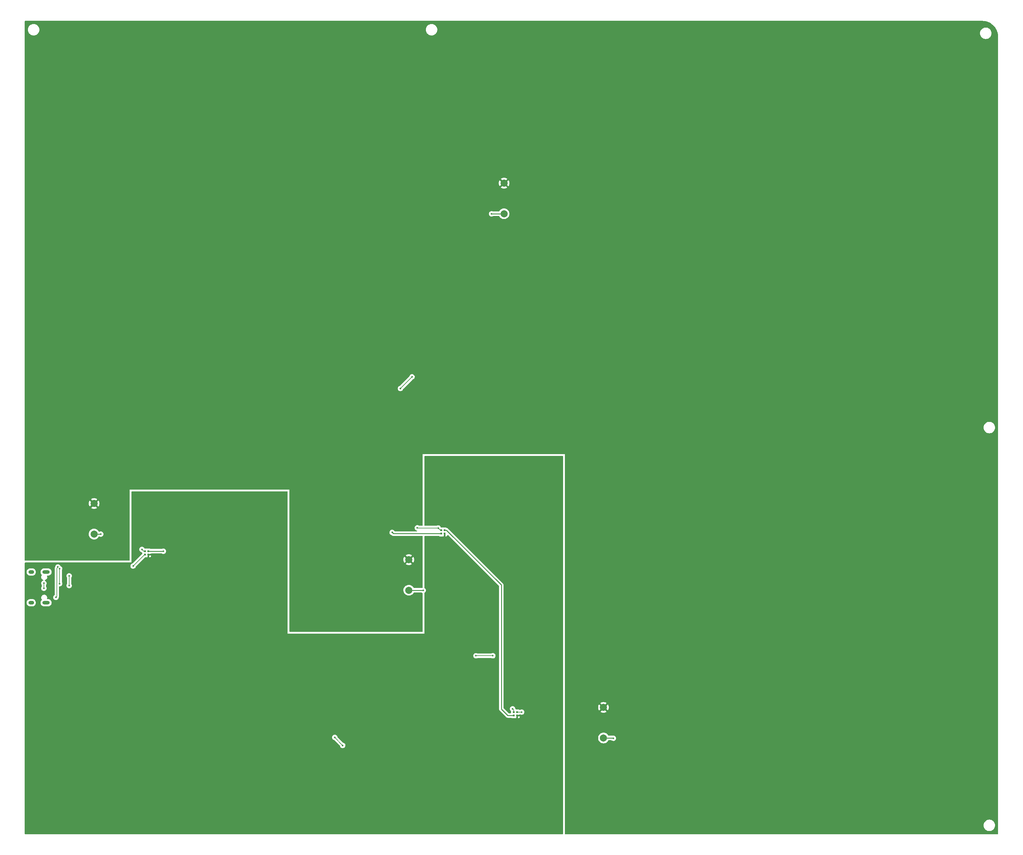
<source format=gtl>
%TF.GenerationSoftware,KiCad,Pcbnew,(6.0.4)*%
%TF.CreationDate,2022-05-26T23:52:49-07:00*%
%TF.ProjectId,top_R,746f705f-522e-46b6-9963-61645f706362,rev?*%
%TF.SameCoordinates,Original*%
%TF.FileFunction,Copper,L1,Top*%
%TF.FilePolarity,Positive*%
%FSLAX46Y46*%
G04 Gerber Fmt 4.6, Leading zero omitted, Abs format (unit mm)*
G04 Created by KiCad (PCBNEW (6.0.4)) date 2022-05-26 23:52:49*
%MOMM*%
%LPD*%
G01*
G04 APERTURE LIST*
%TA.AperFunction,SMDPad,CuDef*%
%ADD10R,0.550000X0.550000*%
%TD*%
%TA.AperFunction,SMDPad,CuDef*%
%ADD11C,2.000000*%
%TD*%
%TA.AperFunction,ComponentPad*%
%ADD12O,1.600000X1.000000*%
%TD*%
%TA.AperFunction,ComponentPad*%
%ADD13O,2.100000X1.000000*%
%TD*%
%TA.AperFunction,ViaPad*%
%ADD14C,0.500000*%
%TD*%
%TA.AperFunction,Conductor*%
%ADD15C,0.200000*%
%TD*%
%TA.AperFunction,Conductor*%
%ADD16C,0.250000*%
%TD*%
G04 APERTURE END LIST*
D10*
X158125000Y-216075000D03*
X159075000Y-216075000D03*
X159075000Y-215125000D03*
X158125000Y-215125000D03*
D11*
X128600000Y-172200000D03*
D10*
X54325000Y-170775000D03*
X55275000Y-170775000D03*
X55275000Y-169825000D03*
X54325000Y-169825000D03*
X137725000Y-164875000D03*
X138675000Y-164875000D03*
X138675000Y-163925000D03*
X137725000Y-163925000D03*
D11*
X155400000Y-74800000D03*
X183400000Y-213800000D03*
X155400000Y-66200000D03*
X183400000Y-222400000D03*
X128600000Y-180800000D03*
X40000000Y-156400000D03*
X40000000Y-165000000D03*
D12*
X22320000Y-175680000D03*
D13*
X26500000Y-175680000D03*
D12*
X22320000Y-184320000D03*
D13*
X26500000Y-184320000D03*
D14*
X160500000Y-213600000D03*
X84525000Y-238165000D03*
X57600000Y-163975000D03*
X24275000Y-181400000D03*
X140950000Y-160000000D03*
X110000000Y-224500000D03*
X136850000Y-163275000D03*
X152250000Y-199250000D03*
X129500000Y-120750000D03*
X33000000Y-176750000D03*
X33000000Y-179500000D03*
X131000000Y-163250000D03*
X126250000Y-124000000D03*
X147500000Y-199250000D03*
X157800000Y-214175000D03*
X53475000Y-169325000D03*
X107750000Y-222250000D03*
X48725000Y-107925000D03*
X64250000Y-126000000D03*
X63550000Y-112500000D03*
X51000000Y-174000000D03*
X59525000Y-169825000D03*
X123900000Y-164525000D03*
X160375000Y-215100000D03*
X29250000Y-182825000D03*
X29820612Y-174273440D03*
X30325000Y-178950000D03*
X25875000Y-178850000D03*
X25875000Y-180250000D03*
X30325000Y-174750000D03*
X41875000Y-165000000D03*
X132650000Y-180850000D03*
X151900000Y-74850000D03*
X186175000Y-222475000D03*
D15*
X54325000Y-169825000D02*
X53975000Y-169825000D01*
X137500000Y-163925000D02*
X136850000Y-163275000D01*
X53975000Y-169825000D02*
X53475000Y-169325000D01*
X110000000Y-224500000D02*
X107750000Y-222250000D01*
X136850000Y-163275000D02*
X131025000Y-163275000D01*
X152250000Y-199250000D02*
X147500000Y-199250000D01*
X129500000Y-120750000D02*
X126250000Y-124000000D01*
X137725000Y-163925000D02*
X137500000Y-163925000D01*
X158125000Y-215125000D02*
X158125000Y-214500000D01*
X131025000Y-163275000D02*
X131000000Y-163250000D01*
X33000000Y-176750000D02*
X33000000Y-179500000D01*
X158125000Y-214500000D02*
X157800000Y-214175000D01*
X51000000Y-174000000D02*
X54225000Y-170775000D01*
X54225000Y-170775000D02*
X54325000Y-170775000D01*
D16*
X124250000Y-164875000D02*
X137725000Y-164875000D01*
X123900000Y-164525000D02*
X124250000Y-164875000D01*
X55275000Y-169825000D02*
X59525000Y-169825000D01*
X138675000Y-163925000D02*
X139200000Y-163925000D01*
X156450000Y-216075000D02*
X158125000Y-216075000D01*
X139200000Y-163925000D02*
X154625000Y-179350000D01*
X154625000Y-179350000D02*
X154625000Y-214250000D01*
X154625000Y-214250000D02*
X156450000Y-216075000D01*
D15*
X159075000Y-215125000D02*
X160350000Y-215125000D01*
X160350000Y-215125000D02*
X160375000Y-215100000D01*
X29525000Y-182550000D02*
X29525000Y-174625000D01*
X29820612Y-174273440D02*
X29820612Y-174329388D01*
X29250000Y-182825000D02*
X29525000Y-182550000D01*
X29820612Y-174329388D02*
X29525000Y-174625000D01*
X30325000Y-178950000D02*
X30325000Y-174750000D01*
X25875000Y-180250000D02*
X25875000Y-178850000D01*
D16*
X40000000Y-165000000D02*
X41875000Y-165000000D01*
X151950000Y-74800000D02*
X155400000Y-74800000D01*
X151900000Y-74850000D02*
X151950000Y-74800000D01*
X128600000Y-180800000D02*
X132600000Y-180800000D01*
X132600000Y-180800000D02*
X132650000Y-180850000D01*
X186175000Y-222475000D02*
X186100000Y-222400000D01*
X186100000Y-222400000D02*
X183400000Y-222400000D01*
%TA.AperFunction,Conductor*%
G36*
X171942121Y-143020002D02*
G01*
X171988614Y-143073658D01*
X172000000Y-143126000D01*
X172000000Y-249365500D01*
X171979998Y-249433621D01*
X171926342Y-249480114D01*
X171874000Y-249491500D01*
X20634500Y-249491500D01*
X20566379Y-249471498D01*
X20519886Y-249417842D01*
X20508500Y-249365500D01*
X20508500Y-222239343D01*
X106986775Y-222239343D01*
X107003381Y-222408699D01*
X107057094Y-222570167D01*
X107145246Y-222715723D01*
X107263455Y-222838132D01*
X107405846Y-222931310D01*
X107412450Y-222933766D01*
X107412452Y-222933767D01*
X107558731Y-222988168D01*
X107558733Y-222988169D01*
X107565341Y-222990626D01*
X107572326Y-222991558D01*
X107572330Y-222991559D01*
X107592710Y-222994278D01*
X107597770Y-222994953D01*
X107662648Y-223023788D01*
X107670202Y-223030751D01*
X109216612Y-224577161D01*
X109250638Y-224639473D01*
X109252177Y-224649259D01*
X109252694Y-224651690D01*
X109253381Y-224658699D01*
X109307094Y-224820167D01*
X109310741Y-224826189D01*
X109310742Y-224826191D01*
X109324497Y-224848902D01*
X109395246Y-224965723D01*
X109513455Y-225088132D01*
X109655846Y-225181310D01*
X109662450Y-225183766D01*
X109662452Y-225183767D01*
X109698844Y-225197301D01*
X109815341Y-225240626D01*
X109984015Y-225263132D01*
X109991026Y-225262494D01*
X109991030Y-225262494D01*
X110146462Y-225248348D01*
X110153483Y-225247709D01*
X110160185Y-225245531D01*
X110160187Y-225245531D01*
X110308623Y-225197301D01*
X110308626Y-225197300D01*
X110315322Y-225195124D01*
X110461490Y-225107990D01*
X110466584Y-225103139D01*
X110466588Y-225103136D01*
X110533833Y-225039099D01*
X110584721Y-224990639D01*
X110678891Y-224848902D01*
X110739319Y-224689825D01*
X110763001Y-224521313D01*
X110763299Y-224500000D01*
X110744331Y-224330892D01*
X110688368Y-224170189D01*
X110598192Y-224025879D01*
X110478286Y-223905132D01*
X110334608Y-223813951D01*
X110306416Y-223803912D01*
X110180935Y-223759230D01*
X110180930Y-223759229D01*
X110174300Y-223756868D01*
X110167312Y-223756035D01*
X110167309Y-223756034D01*
X110153040Y-223754333D01*
X110087767Y-223726406D01*
X110078863Y-223718314D01*
X108532215Y-222171666D01*
X108498189Y-222109354D01*
X108496095Y-222096618D01*
X108495116Y-222087890D01*
X108494331Y-222080892D01*
X108438368Y-221920189D01*
X108432383Y-221910610D01*
X108410420Y-221875464D01*
X108348192Y-221775879D01*
X108228286Y-221655132D01*
X108212039Y-221644821D01*
X108173406Y-221620304D01*
X108084608Y-221563951D01*
X107924300Y-221506868D01*
X107755329Y-221486720D01*
X107748326Y-221487456D01*
X107748325Y-221487456D01*
X107593101Y-221503770D01*
X107593097Y-221503771D01*
X107586093Y-221504507D01*
X107579422Y-221506778D01*
X107431673Y-221557075D01*
X107431670Y-221557076D01*
X107425003Y-221559346D01*
X107419005Y-221563036D01*
X107419003Y-221563037D01*
X107286065Y-221644821D01*
X107286063Y-221644823D01*
X107280066Y-221648512D01*
X107158486Y-221767573D01*
X107066304Y-221910610D01*
X107008103Y-222070516D01*
X106986775Y-222239343D01*
X20508500Y-222239343D01*
X20508500Y-199239343D01*
X146736775Y-199239343D01*
X146753381Y-199408699D01*
X146807094Y-199570167D01*
X146810741Y-199576189D01*
X146810742Y-199576191D01*
X146824497Y-199598902D01*
X146895246Y-199715723D01*
X147013455Y-199838132D01*
X147155846Y-199931310D01*
X147162450Y-199933766D01*
X147162452Y-199933767D01*
X147198844Y-199947301D01*
X147315341Y-199990626D01*
X147484015Y-200013132D01*
X147491026Y-200012494D01*
X147491030Y-200012494D01*
X147646462Y-199998348D01*
X147653483Y-199997709D01*
X147660185Y-199995531D01*
X147660187Y-199995531D01*
X147808623Y-199947301D01*
X147808626Y-199947300D01*
X147815322Y-199945124D01*
X147930823Y-199876271D01*
X147995341Y-199858500D01*
X151757019Y-199858500D01*
X151826012Y-199879068D01*
X151905846Y-199931310D01*
X151912450Y-199933766D01*
X151912452Y-199933767D01*
X151948844Y-199947301D01*
X152065341Y-199990626D01*
X152234015Y-200013132D01*
X152241026Y-200012494D01*
X152241030Y-200012494D01*
X152396462Y-199998348D01*
X152403483Y-199997709D01*
X152410185Y-199995531D01*
X152410187Y-199995531D01*
X152558623Y-199947301D01*
X152558626Y-199947300D01*
X152565322Y-199945124D01*
X152711490Y-199857990D01*
X152716584Y-199853139D01*
X152716588Y-199853136D01*
X152783833Y-199789099D01*
X152834721Y-199740639D01*
X152928891Y-199598902D01*
X152989319Y-199439825D01*
X153013001Y-199271313D01*
X153013299Y-199250000D01*
X152994331Y-199080892D01*
X152938368Y-198920189D01*
X152932383Y-198910610D01*
X152910420Y-198875464D01*
X152848192Y-198775879D01*
X152728286Y-198655132D01*
X152712039Y-198644821D01*
X152673406Y-198620304D01*
X152584608Y-198563951D01*
X152424300Y-198506868D01*
X152255329Y-198486720D01*
X152248326Y-198487456D01*
X152248325Y-198487456D01*
X152093101Y-198503770D01*
X152093097Y-198503771D01*
X152086093Y-198504507D01*
X152079422Y-198506778D01*
X151931673Y-198557075D01*
X151931670Y-198557076D01*
X151925003Y-198559346D01*
X151919005Y-198563036D01*
X151919003Y-198563037D01*
X151821831Y-198622818D01*
X151755809Y-198641500D01*
X147993411Y-198641500D01*
X147925897Y-198621885D01*
X147840562Y-198567729D01*
X147840558Y-198567727D01*
X147834608Y-198563951D01*
X147674300Y-198506868D01*
X147505329Y-198486720D01*
X147498326Y-198487456D01*
X147498325Y-198487456D01*
X147343101Y-198503770D01*
X147343097Y-198503771D01*
X147336093Y-198504507D01*
X147329422Y-198506778D01*
X147181673Y-198557075D01*
X147181670Y-198557076D01*
X147175003Y-198559346D01*
X147169005Y-198563036D01*
X147169003Y-198563037D01*
X147036065Y-198644821D01*
X147036063Y-198644823D01*
X147030066Y-198648512D01*
X146908486Y-198767573D01*
X146816304Y-198910610D01*
X146758103Y-199070516D01*
X146736775Y-199239343D01*
X20508500Y-199239343D01*
X20508500Y-184312925D01*
X21006645Y-184312925D01*
X21024570Y-184509888D01*
X21080410Y-184699619D01*
X21083263Y-184705077D01*
X21083265Y-184705081D01*
X21130720Y-184795853D01*
X21172040Y-184874890D01*
X21295968Y-185029025D01*
X21300692Y-185032989D01*
X21307933Y-185039065D01*
X21447474Y-185156154D01*
X21452872Y-185159121D01*
X21452877Y-185159125D01*
X21596180Y-185237905D01*
X21620787Y-185251433D01*
X21626654Y-185253294D01*
X21626656Y-185253295D01*
X21803436Y-185309373D01*
X21809306Y-185311235D01*
X21963227Y-185328500D01*
X22669769Y-185328500D01*
X22672825Y-185328200D01*
X22672832Y-185328200D01*
X22731340Y-185322463D01*
X22816833Y-185314080D01*
X22822734Y-185312298D01*
X22822736Y-185312298D01*
X22896053Y-185290162D01*
X23006169Y-185256916D01*
X23180796Y-185164066D01*
X23267062Y-185093709D01*
X23329287Y-185042960D01*
X23329290Y-185042957D01*
X23334062Y-185039065D01*
X23346344Y-185024219D01*
X23456201Y-184891425D01*
X23456203Y-184891421D01*
X23460130Y-184886675D01*
X23554198Y-184712701D01*
X23612682Y-184523768D01*
X23633355Y-184327075D01*
X23632067Y-184312925D01*
X24936645Y-184312925D01*
X24954570Y-184509888D01*
X25010410Y-184699619D01*
X25013263Y-184705077D01*
X25013265Y-184705081D01*
X25060720Y-184795853D01*
X25102040Y-184874890D01*
X25225968Y-185029025D01*
X25230692Y-185032989D01*
X25237933Y-185039065D01*
X25377474Y-185156154D01*
X25382872Y-185159121D01*
X25382877Y-185159125D01*
X25526180Y-185237905D01*
X25550787Y-185251433D01*
X25556654Y-185253294D01*
X25556656Y-185253295D01*
X25733436Y-185309373D01*
X25739306Y-185311235D01*
X25893227Y-185328500D01*
X27099769Y-185328500D01*
X27102825Y-185328200D01*
X27102832Y-185328200D01*
X27161340Y-185322463D01*
X27246833Y-185314080D01*
X27252734Y-185312298D01*
X27252736Y-185312298D01*
X27326053Y-185290162D01*
X27436169Y-185256916D01*
X27610796Y-185164066D01*
X27697062Y-185093709D01*
X27759287Y-185042960D01*
X27759290Y-185042957D01*
X27764062Y-185039065D01*
X27776344Y-185024219D01*
X27886201Y-184891425D01*
X27886203Y-184891421D01*
X27890130Y-184886675D01*
X27984198Y-184712701D01*
X28042682Y-184523768D01*
X28063355Y-184327075D01*
X28045430Y-184130112D01*
X27989590Y-183940381D01*
X27979919Y-183921881D01*
X27900813Y-183770568D01*
X27897960Y-183765110D01*
X27774032Y-183610975D01*
X27767727Y-183605684D01*
X27746809Y-183588132D01*
X27622526Y-183483846D01*
X27617128Y-183480879D01*
X27617123Y-183480875D01*
X27454608Y-183391533D01*
X27454609Y-183391533D01*
X27449213Y-183388567D01*
X27443346Y-183386706D01*
X27443344Y-183386705D01*
X27266564Y-183330627D01*
X27266563Y-183330627D01*
X27260694Y-183328765D01*
X27106773Y-183311500D01*
X26885223Y-183311500D01*
X26817102Y-183291498D01*
X26770609Y-183237842D01*
X26760505Y-183167568D01*
X26768234Y-183138708D01*
X26774995Y-183121803D01*
X26777530Y-183115466D01*
X26778644Y-183108738D01*
X26778645Y-183108734D01*
X26805993Y-182943539D01*
X26805993Y-182943536D01*
X26807108Y-182936802D01*
X26806683Y-182928682D01*
X26800690Y-182814343D01*
X28486775Y-182814343D01*
X28503381Y-182983699D01*
X28505605Y-182990384D01*
X28505605Y-182990385D01*
X28515927Y-183021414D01*
X28557094Y-183145167D01*
X28560741Y-183151189D01*
X28560742Y-183151191D01*
X28574497Y-183173902D01*
X28645246Y-183290723D01*
X28763455Y-183413132D01*
X28769351Y-183416990D01*
X28877580Y-183487813D01*
X28905846Y-183506310D01*
X28912450Y-183508766D01*
X28912452Y-183508767D01*
X28943964Y-183520486D01*
X29065341Y-183565626D01*
X29234015Y-183588132D01*
X29241026Y-183587494D01*
X29241030Y-183587494D01*
X29396462Y-183573348D01*
X29403483Y-183572709D01*
X29410185Y-183570531D01*
X29410187Y-183570531D01*
X29558623Y-183522301D01*
X29558626Y-183522300D01*
X29565322Y-183520124D01*
X29711490Y-183432990D01*
X29716584Y-183428139D01*
X29716588Y-183428136D01*
X29820937Y-183328765D01*
X29834721Y-183315639D01*
X29928891Y-183173902D01*
X29989319Y-183014825D01*
X29996808Y-182961532D01*
X30021619Y-182902365D01*
X30056524Y-182856876D01*
X30117838Y-182708851D01*
X30126176Y-182645516D01*
X30133500Y-182589885D01*
X30133500Y-182589880D01*
X30138750Y-182550000D01*
X30134578Y-182518307D01*
X30133500Y-182501862D01*
X30133500Y-179833642D01*
X30153502Y-179765521D01*
X30207158Y-179719028D01*
X30276163Y-179708749D01*
X30291850Y-179710842D01*
X30309015Y-179713132D01*
X30316026Y-179712494D01*
X30316030Y-179712494D01*
X30471462Y-179698348D01*
X30478483Y-179697709D01*
X30485185Y-179695531D01*
X30485187Y-179695531D01*
X30633623Y-179647301D01*
X30633626Y-179647300D01*
X30640322Y-179645124D01*
X30786490Y-179557990D01*
X30791584Y-179553139D01*
X30791588Y-179553136D01*
X30858577Y-179489343D01*
X32236775Y-179489343D01*
X32253381Y-179658699D01*
X32307094Y-179820167D01*
X32310741Y-179826189D01*
X32310742Y-179826191D01*
X32367670Y-179920189D01*
X32395246Y-179965723D01*
X32513455Y-180088132D01*
X32519351Y-180091990D01*
X32629319Y-180163951D01*
X32655846Y-180181310D01*
X32662450Y-180183766D01*
X32662452Y-180183767D01*
X32698844Y-180197301D01*
X32815341Y-180240626D01*
X32984015Y-180263132D01*
X32991026Y-180262494D01*
X32991030Y-180262494D01*
X33146462Y-180248348D01*
X33153483Y-180247709D01*
X33160185Y-180245531D01*
X33160187Y-180245531D01*
X33308623Y-180197301D01*
X33308626Y-180197300D01*
X33315322Y-180195124D01*
X33461490Y-180107990D01*
X33466584Y-180103139D01*
X33466588Y-180103136D01*
X33533833Y-180039099D01*
X33584721Y-179990639D01*
X33678891Y-179848902D01*
X33739319Y-179689825D01*
X33763001Y-179521313D01*
X33763299Y-179500000D01*
X33744331Y-179330892D01*
X33735736Y-179306209D01*
X33706110Y-179221137D01*
X33688368Y-179170189D01*
X33627645Y-179073013D01*
X33608500Y-179006245D01*
X33608500Y-177242890D01*
X33629552Y-177173163D01*
X33674990Y-177104773D01*
X33678891Y-177098902D01*
X33739319Y-176939825D01*
X33763001Y-176771313D01*
X33763299Y-176750000D01*
X33744331Y-176580892D01*
X33739357Y-176566607D01*
X33690686Y-176426846D01*
X33688368Y-176420189D01*
X33682383Y-176410610D01*
X33660420Y-176375464D01*
X33598192Y-176275879D01*
X33569192Y-176246675D01*
X33483248Y-176160129D01*
X33478286Y-176155132D01*
X33462039Y-176144821D01*
X33356933Y-176078119D01*
X33334608Y-176063951D01*
X33174300Y-176006868D01*
X33005329Y-175986720D01*
X32998326Y-175987456D01*
X32998325Y-175987456D01*
X32843101Y-176003770D01*
X32843097Y-176003771D01*
X32836093Y-176004507D01*
X32829422Y-176006778D01*
X32681673Y-176057075D01*
X32681670Y-176057076D01*
X32675003Y-176059346D01*
X32669005Y-176063036D01*
X32669003Y-176063037D01*
X32536065Y-176144821D01*
X32536063Y-176144823D01*
X32530066Y-176148512D01*
X32525033Y-176153441D01*
X32424976Y-176251425D01*
X32408486Y-176267573D01*
X32404675Y-176273487D01*
X32404673Y-176273489D01*
X32327660Y-176392989D01*
X32316304Y-176410610D01*
X32258103Y-176570516D01*
X32236775Y-176739343D01*
X32253381Y-176908699D01*
X32307094Y-177070167D01*
X32310741Y-177076189D01*
X32310742Y-177076191D01*
X32373276Y-177179447D01*
X32391500Y-177244718D01*
X32391500Y-179006846D01*
X32371411Y-179075101D01*
X32352777Y-179104016D01*
X32334198Y-179132845D01*
X32316304Y-179160610D01*
X32258103Y-179320516D01*
X32236775Y-179489343D01*
X30858577Y-179489343D01*
X30865921Y-179482349D01*
X30909721Y-179440639D01*
X31003891Y-179298902D01*
X31064319Y-179139825D01*
X31088001Y-178971313D01*
X31088299Y-178950000D01*
X31069331Y-178780892D01*
X31013368Y-178620189D01*
X30952645Y-178523013D01*
X30933500Y-178456245D01*
X30933500Y-175242890D01*
X30954552Y-175173163D01*
X30989670Y-175120306D01*
X31003891Y-175098902D01*
X31064319Y-174939825D01*
X31088001Y-174771313D01*
X31088299Y-174750000D01*
X31069331Y-174580892D01*
X31013368Y-174420189D01*
X30923192Y-174275879D01*
X30803286Y-174155132D01*
X30659608Y-174063951D01*
X30639316Y-174056725D01*
X30592360Y-174040005D01*
X30534896Y-173998311D01*
X30530040Y-173989343D01*
X50236775Y-173989343D01*
X50253381Y-174158699D01*
X50307094Y-174320167D01*
X50310741Y-174326189D01*
X50310742Y-174326191D01*
X50388561Y-174454684D01*
X50395246Y-174465723D01*
X50513455Y-174588132D01*
X50519351Y-174591990D01*
X50643355Y-174673136D01*
X50655846Y-174681310D01*
X50662450Y-174683766D01*
X50662452Y-174683767D01*
X50698844Y-174697301D01*
X50815341Y-174740626D01*
X50984015Y-174763132D01*
X50991026Y-174762494D01*
X50991030Y-174762494D01*
X51146462Y-174748348D01*
X51153483Y-174747709D01*
X51160185Y-174745531D01*
X51160187Y-174745531D01*
X51308623Y-174697301D01*
X51308626Y-174697300D01*
X51315322Y-174695124D01*
X51461490Y-174607990D01*
X51466584Y-174603139D01*
X51466588Y-174603136D01*
X51533833Y-174539099D01*
X51584721Y-174490639D01*
X51600992Y-174466150D01*
X51674990Y-174354773D01*
X51678891Y-174348902D01*
X51739319Y-174189825D01*
X51744668Y-174151762D01*
X51773955Y-174087088D01*
X51780347Y-174080202D01*
X54265144Y-171595405D01*
X54327456Y-171561379D01*
X54354239Y-171558500D01*
X54648134Y-171558500D01*
X54710316Y-171551745D01*
X54756482Y-171534438D01*
X54827289Y-171529255D01*
X54844942Y-171534438D01*
X54882394Y-171548478D01*
X54897649Y-171552105D01*
X54948514Y-171557631D01*
X54955328Y-171558000D01*
X55002885Y-171558000D01*
X55018124Y-171553525D01*
X55019329Y-171552135D01*
X55021000Y-171544452D01*
X55021000Y-171539884D01*
X55529000Y-171539884D01*
X55533475Y-171555123D01*
X55534865Y-171556328D01*
X55542548Y-171557999D01*
X55594669Y-171557999D01*
X55601490Y-171557629D01*
X55652352Y-171552105D01*
X55667604Y-171548479D01*
X55788054Y-171503324D01*
X55803649Y-171494786D01*
X55905724Y-171418285D01*
X55918285Y-171405724D01*
X55994786Y-171303649D01*
X56003324Y-171288054D01*
X56048478Y-171167606D01*
X56052105Y-171152351D01*
X56057631Y-171101486D01*
X56058000Y-171094672D01*
X56058000Y-171047115D01*
X56053525Y-171031876D01*
X56052135Y-171030671D01*
X56044452Y-171029000D01*
X55547115Y-171029000D01*
X55531876Y-171033475D01*
X55530671Y-171034865D01*
X55529000Y-171042548D01*
X55529000Y-171539884D01*
X55021000Y-171539884D01*
X55021000Y-171378196D01*
X55041002Y-171310075D01*
X55044974Y-171304357D01*
X55045228Y-171303892D01*
X55050615Y-171296705D01*
X55101745Y-171160316D01*
X55108500Y-171098134D01*
X55108500Y-170734500D01*
X55128502Y-170666379D01*
X55182158Y-170619886D01*
X55234500Y-170608500D01*
X55598134Y-170608500D01*
X55660316Y-170601745D01*
X55796705Y-170550615D01*
X55803892Y-170545229D01*
X55811760Y-170540921D01*
X55812597Y-170542449D01*
X55869141Y-170521326D01*
X55878196Y-170521000D01*
X56039884Y-170521000D01*
X56055123Y-170516525D01*
X56067721Y-170501987D01*
X56127447Y-170463604D01*
X56162945Y-170458500D01*
X59070223Y-170458500D01*
X59139216Y-170479068D01*
X59174240Y-170501987D01*
X59180846Y-170506310D01*
X59187450Y-170508766D01*
X59187452Y-170508767D01*
X59223844Y-170522301D01*
X59340341Y-170565626D01*
X59509015Y-170588132D01*
X59516026Y-170587494D01*
X59516030Y-170587494D01*
X59671462Y-170573348D01*
X59678483Y-170572709D01*
X59685185Y-170570531D01*
X59685187Y-170570531D01*
X59833623Y-170522301D01*
X59833626Y-170522300D01*
X59840322Y-170520124D01*
X59986490Y-170432990D01*
X59991584Y-170428139D01*
X59991588Y-170428136D01*
X60058833Y-170364099D01*
X60109721Y-170315639D01*
X60131092Y-170283474D01*
X60199990Y-170179773D01*
X60203891Y-170173902D01*
X60264319Y-170014825D01*
X60288001Y-169846313D01*
X60288299Y-169825000D01*
X60269331Y-169655892D01*
X60213368Y-169495189D01*
X60201809Y-169476690D01*
X60185420Y-169450464D01*
X60123192Y-169350879D01*
X60086911Y-169314343D01*
X60008248Y-169235129D01*
X60003286Y-169230132D01*
X59859608Y-169138951D01*
X59699300Y-169081868D01*
X59530329Y-169061720D01*
X59523326Y-169062456D01*
X59523325Y-169062456D01*
X59368101Y-169078770D01*
X59368097Y-169078771D01*
X59361093Y-169079507D01*
X59200003Y-169134346D01*
X59137468Y-169172818D01*
X59071448Y-169191500D01*
X55961589Y-169191500D01*
X55893468Y-169171498D01*
X55886024Y-169166326D01*
X55854540Y-169142730D01*
X55796705Y-169099385D01*
X55660316Y-169048255D01*
X55598134Y-169041500D01*
X54951866Y-169041500D01*
X54948469Y-169041869D01*
X54897534Y-169047402D01*
X54897532Y-169047402D01*
X54889684Y-169048255D01*
X54882291Y-169051027D01*
X54882289Y-169051027D01*
X54844229Y-169065295D01*
X54773422Y-169070478D01*
X54755771Y-169065295D01*
X54717711Y-169051027D01*
X54717709Y-169051027D01*
X54710316Y-169048255D01*
X54702468Y-169047402D01*
X54702466Y-169047402D01*
X54651531Y-169041869D01*
X54648134Y-169041500D01*
X54262149Y-169041500D01*
X54194028Y-169021498D01*
X54155295Y-168982270D01*
X54076925Y-168856853D01*
X54073192Y-168850879D01*
X53953286Y-168730132D01*
X53937039Y-168719821D01*
X53898406Y-168695304D01*
X53809608Y-168638951D01*
X53649300Y-168581868D01*
X53480329Y-168561720D01*
X53473326Y-168562456D01*
X53473325Y-168562456D01*
X53318101Y-168578770D01*
X53318097Y-168578771D01*
X53311093Y-168579507D01*
X53304422Y-168581778D01*
X53156673Y-168632075D01*
X53156670Y-168632076D01*
X53150003Y-168634346D01*
X53144005Y-168638036D01*
X53144003Y-168638037D01*
X53011065Y-168719821D01*
X53011063Y-168719823D01*
X53005066Y-168723512D01*
X52883486Y-168842573D01*
X52791304Y-168985610D01*
X52763602Y-169061720D01*
X52737169Y-169134346D01*
X52733103Y-169145516D01*
X52711775Y-169314343D01*
X52728381Y-169483699D01*
X52782094Y-169645167D01*
X52870246Y-169790723D01*
X52988455Y-169913132D01*
X53130846Y-170006310D01*
X53137450Y-170008766D01*
X53137452Y-170008767D01*
X53283731Y-170063168D01*
X53283733Y-170063169D01*
X53290341Y-170065626D01*
X53297326Y-170066558D01*
X53297330Y-170066559D01*
X53317710Y-170069278D01*
X53322770Y-170069953D01*
X53387648Y-170098788D01*
X53395202Y-170105751D01*
X53510685Y-170221234D01*
X53521554Y-170233627D01*
X53536233Y-170252758D01*
X53561832Y-170318979D01*
X53554252Y-170373686D01*
X53548255Y-170389684D01*
X53547402Y-170397532D01*
X53547402Y-170397534D01*
X53543159Y-170436594D01*
X53541500Y-170451866D01*
X53541500Y-170545761D01*
X53521498Y-170613882D01*
X53504595Y-170634856D01*
X50922233Y-173217218D01*
X50859921Y-173251244D01*
X50846313Y-173253432D01*
X50843107Y-173253769D01*
X50843100Y-173253771D01*
X50836093Y-173254507D01*
X50829422Y-173256778D01*
X50681673Y-173307075D01*
X50681670Y-173307076D01*
X50675003Y-173309346D01*
X50669005Y-173313036D01*
X50669003Y-173313037D01*
X50536065Y-173394821D01*
X50536063Y-173394823D01*
X50530066Y-173398512D01*
X50408486Y-173517573D01*
X50404675Y-173523487D01*
X50404673Y-173523489D01*
X50365015Y-173585026D01*
X50316304Y-173660610D01*
X50307948Y-173683569D01*
X50267638Y-173794320D01*
X50258103Y-173820516D01*
X50236775Y-173989343D01*
X30530040Y-173989343D01*
X30515637Y-173962747D01*
X30508980Y-173943629D01*
X30502995Y-173934050D01*
X30436417Y-173827506D01*
X30418804Y-173799319D01*
X30298898Y-173678572D01*
X30282651Y-173668261D01*
X30236708Y-173639105D01*
X30155220Y-173587391D01*
X29994912Y-173530308D01*
X29825941Y-173510160D01*
X29818938Y-173510896D01*
X29818937Y-173510896D01*
X29663713Y-173527210D01*
X29663709Y-173527211D01*
X29656705Y-173527947D01*
X29650034Y-173530218D01*
X29502285Y-173580515D01*
X29502282Y-173580516D01*
X29495615Y-173582786D01*
X29489617Y-173586476D01*
X29489615Y-173586477D01*
X29356677Y-173668261D01*
X29356675Y-173668263D01*
X29350678Y-173671952D01*
X29229098Y-173791013D01*
X29225287Y-173796927D01*
X29225285Y-173796929D01*
X29140733Y-173928127D01*
X29136916Y-173934050D01*
X29078715Y-174093956D01*
X29077832Y-174100944D01*
X29077832Y-174100945D01*
X29065890Y-174195478D01*
X29040846Y-174256391D01*
X28993476Y-174318124D01*
X28990317Y-174325750D01*
X28990316Y-174325752D01*
X28983456Y-174342314D01*
X28932162Y-174466149D01*
X28932162Y-174466150D01*
X28916500Y-174585115D01*
X28916500Y-174585120D01*
X28911250Y-174625000D01*
X28912328Y-174633188D01*
X28915422Y-174656690D01*
X28916500Y-174673136D01*
X28916500Y-182069158D01*
X28896498Y-182137279D01*
X28856522Y-182176476D01*
X28786065Y-182219821D01*
X28786063Y-182219823D01*
X28780066Y-182223512D01*
X28658486Y-182342573D01*
X28566304Y-182485610D01*
X28508103Y-182645516D01*
X28486775Y-182814343D01*
X26800690Y-182814343D01*
X26797987Y-182762766D01*
X26797630Y-182755953D01*
X26786758Y-182716480D01*
X26751352Y-182587941D01*
X26749539Y-182581359D01*
X26665078Y-182421164D01*
X26660673Y-182415951D01*
X26660670Y-182415947D01*
X26552594Y-182288057D01*
X26552590Y-182288053D01*
X26548187Y-182282843D01*
X26542762Y-182278695D01*
X26409743Y-182176994D01*
X26409739Y-182176991D01*
X26404322Y-182172850D01*
X26299186Y-182123825D01*
X26246369Y-182099195D01*
X26246366Y-182099194D01*
X26240192Y-182096315D01*
X26233544Y-182094829D01*
X26233541Y-182094828D01*
X26068494Y-182057936D01*
X26068495Y-182057936D01*
X26063457Y-182056810D01*
X26057912Y-182056500D01*
X25924756Y-182056500D01*
X25789963Y-182071143D01*
X25706609Y-182099195D01*
X25624796Y-182126728D01*
X25624794Y-182126729D01*
X25618325Y-182128906D01*
X25463095Y-182222177D01*
X25458138Y-182226865D01*
X25458135Y-182226867D01*
X25336473Y-182341918D01*
X25331515Y-182346607D01*
X25327683Y-182352245D01*
X25327680Y-182352249D01*
X25276740Y-182427205D01*
X25229723Y-182496388D01*
X25162470Y-182664534D01*
X25161356Y-182671262D01*
X25161355Y-182671266D01*
X25137669Y-182814343D01*
X25132892Y-182843198D01*
X25133249Y-182850015D01*
X25133249Y-182850019D01*
X25138151Y-182943539D01*
X25142370Y-183024047D01*
X25144181Y-183030620D01*
X25144181Y-183030623D01*
X25167551Y-183115466D01*
X25190461Y-183198641D01*
X25274922Y-183358836D01*
X25279330Y-183364052D01*
X25297372Y-183385402D01*
X25326063Y-183450343D01*
X25315090Y-183520486D01*
X25280768Y-183564372D01*
X25240718Y-183597036D01*
X25240715Y-183597039D01*
X25235938Y-183600935D01*
X25232011Y-183605682D01*
X25232009Y-183605684D01*
X25113799Y-183748575D01*
X25113797Y-183748579D01*
X25109870Y-183753325D01*
X25015802Y-183927299D01*
X24957318Y-184116232D01*
X24936645Y-184312925D01*
X23632067Y-184312925D01*
X23615430Y-184130112D01*
X23559590Y-183940381D01*
X23549919Y-183921881D01*
X23470813Y-183770568D01*
X23467960Y-183765110D01*
X23344032Y-183610975D01*
X23337727Y-183605684D01*
X23316809Y-183588132D01*
X23192526Y-183483846D01*
X23187128Y-183480879D01*
X23187123Y-183480875D01*
X23024608Y-183391533D01*
X23024609Y-183391533D01*
X23019213Y-183388567D01*
X23013346Y-183386706D01*
X23013344Y-183386705D01*
X22836564Y-183330627D01*
X22836563Y-183330627D01*
X22830694Y-183328765D01*
X22676773Y-183311500D01*
X21970231Y-183311500D01*
X21967175Y-183311800D01*
X21967168Y-183311800D01*
X21908660Y-183317537D01*
X21823167Y-183325920D01*
X21817266Y-183327702D01*
X21817264Y-183327702D01*
X21743947Y-183349838D01*
X21633831Y-183383084D01*
X21459204Y-183475934D01*
X21405022Y-183520124D01*
X21310713Y-183597040D01*
X21310710Y-183597043D01*
X21305938Y-183600935D01*
X21302011Y-183605682D01*
X21302009Y-183605684D01*
X21183799Y-183748575D01*
X21183797Y-183748579D01*
X21179870Y-183753325D01*
X21085802Y-183927299D01*
X21027318Y-184116232D01*
X21006645Y-184312925D01*
X20508500Y-184312925D01*
X20508500Y-175672925D01*
X21006645Y-175672925D01*
X21024570Y-175869888D01*
X21080410Y-176059619D01*
X21083263Y-176065077D01*
X21083265Y-176065081D01*
X21124953Y-176144821D01*
X21172040Y-176234890D01*
X21295968Y-176389025D01*
X21300692Y-176392989D01*
X21307933Y-176399065D01*
X21447474Y-176516154D01*
X21452872Y-176519121D01*
X21452877Y-176519125D01*
X21577964Y-176587891D01*
X21620787Y-176611433D01*
X21626654Y-176613294D01*
X21626656Y-176613295D01*
X21803436Y-176669373D01*
X21809306Y-176671235D01*
X21963227Y-176688500D01*
X22669769Y-176688500D01*
X22672825Y-176688200D01*
X22672832Y-176688200D01*
X22731340Y-176682463D01*
X22816833Y-176674080D01*
X22822734Y-176672298D01*
X22822736Y-176672298D01*
X22896053Y-176650162D01*
X23006169Y-176616916D01*
X23180796Y-176524066D01*
X23287873Y-176436736D01*
X23329287Y-176402960D01*
X23329290Y-176402957D01*
X23334062Y-176399065D01*
X23346344Y-176384219D01*
X23456201Y-176251425D01*
X23456203Y-176251421D01*
X23460130Y-176246675D01*
X23554198Y-176072701D01*
X23612682Y-175883768D01*
X23633355Y-175687075D01*
X23632067Y-175672925D01*
X24936645Y-175672925D01*
X24954570Y-175869888D01*
X25010410Y-176059619D01*
X25013263Y-176065077D01*
X25013265Y-176065081D01*
X25054953Y-176144821D01*
X25102040Y-176234890D01*
X25225968Y-176389025D01*
X25282828Y-176436736D01*
X25322154Y-176495846D01*
X25323280Y-176566833D01*
X25306048Y-176604080D01*
X25299290Y-176614024D01*
X25229723Y-176716388D01*
X25162470Y-176884534D01*
X25161356Y-176891262D01*
X25161355Y-176891266D01*
X25134007Y-177056461D01*
X25132892Y-177063198D01*
X25133249Y-177070015D01*
X25133249Y-177070019D01*
X25138151Y-177163539D01*
X25142370Y-177244047D01*
X25144181Y-177250620D01*
X25144181Y-177250623D01*
X25167551Y-177335466D01*
X25190461Y-177418641D01*
X25274922Y-177578836D01*
X25279327Y-177584049D01*
X25279330Y-177584053D01*
X25387406Y-177711943D01*
X25387410Y-177711947D01*
X25391813Y-177717157D01*
X25397237Y-177721304D01*
X25397238Y-177721305D01*
X25530257Y-177823006D01*
X25530261Y-177823009D01*
X25535678Y-177827150D01*
X25541858Y-177830032D01*
X25541860Y-177830033D01*
X25669433Y-177889521D01*
X25722718Y-177936438D01*
X25742179Y-178004716D01*
X25721637Y-178072676D01*
X25667614Y-178118741D01*
X25656793Y-178122992D01*
X25617092Y-178136507D01*
X25556673Y-178157075D01*
X25556670Y-178157076D01*
X25550003Y-178159346D01*
X25544005Y-178163036D01*
X25544003Y-178163037D01*
X25411065Y-178244821D01*
X25411063Y-178244823D01*
X25405066Y-178248512D01*
X25283486Y-178367573D01*
X25191304Y-178510610D01*
X25133103Y-178670516D01*
X25111775Y-178839343D01*
X25128381Y-179008699D01*
X25182094Y-179170167D01*
X25185741Y-179176189D01*
X25185742Y-179176191D01*
X25248276Y-179279447D01*
X25266500Y-179344718D01*
X25266500Y-179756846D01*
X25246411Y-179825101D01*
X25191304Y-179910610D01*
X25133103Y-180070516D01*
X25111775Y-180239343D01*
X25128381Y-180408699D01*
X25182094Y-180570167D01*
X25185741Y-180576189D01*
X25185742Y-180576191D01*
X25249152Y-180680892D01*
X25270246Y-180715723D01*
X25388455Y-180838132D01*
X25530846Y-180931310D01*
X25537450Y-180933766D01*
X25537452Y-180933767D01*
X25573844Y-180947301D01*
X25690341Y-180990626D01*
X25859015Y-181013132D01*
X25866026Y-181012494D01*
X25866030Y-181012494D01*
X26021462Y-180998348D01*
X26028483Y-180997709D01*
X26035185Y-180995531D01*
X26035187Y-180995531D01*
X26183623Y-180947301D01*
X26183626Y-180947300D01*
X26190322Y-180945124D01*
X26336490Y-180857990D01*
X26341584Y-180853139D01*
X26341588Y-180853136D01*
X26408833Y-180789099D01*
X26459721Y-180740639D01*
X26553891Y-180598902D01*
X26614319Y-180439825D01*
X26638001Y-180271313D01*
X26638157Y-180260129D01*
X26638244Y-180253961D01*
X26638244Y-180253955D01*
X26638299Y-180250000D01*
X26619331Y-180080892D01*
X26563368Y-179920189D01*
X26502645Y-179823013D01*
X26483500Y-179756245D01*
X26483500Y-179342890D01*
X26504552Y-179273163D01*
X26519868Y-179250110D01*
X26553891Y-179198902D01*
X26614319Y-179039825D01*
X26638001Y-178871313D01*
X26638299Y-178850000D01*
X26619331Y-178680892D01*
X26563368Y-178520189D01*
X26557383Y-178510610D01*
X26523411Y-178456245D01*
X26473192Y-178375879D01*
X26353286Y-178255132D01*
X26337039Y-178244821D01*
X26298406Y-178220304D01*
X26209608Y-178163951D01*
X26184018Y-178154839D01*
X26126555Y-178113144D01*
X26100755Y-178047001D01*
X26114810Y-177977410D01*
X26164259Y-177926465D01*
X26186094Y-177916723D01*
X26266921Y-177889521D01*
X26315205Y-177873272D01*
X26315210Y-177873270D01*
X26321675Y-177871094D01*
X26476905Y-177777823D01*
X26481862Y-177773135D01*
X26481865Y-177773133D01*
X26603527Y-177658082D01*
X26603529Y-177658080D01*
X26608485Y-177653393D01*
X26612317Y-177647755D01*
X26612320Y-177647751D01*
X26706442Y-177509255D01*
X26710277Y-177503612D01*
X26777530Y-177335466D01*
X26778644Y-177328738D01*
X26778645Y-177328734D01*
X26805993Y-177163539D01*
X26805993Y-177163536D01*
X26807108Y-177156802D01*
X26804382Y-177104773D01*
X26797987Y-176982766D01*
X26797630Y-176975953D01*
X26774304Y-176891266D01*
X26762375Y-176847960D01*
X26763569Y-176776973D01*
X26802952Y-176717901D01*
X26868019Y-176689499D01*
X26883851Y-176688500D01*
X27099769Y-176688500D01*
X27102825Y-176688200D01*
X27102832Y-176688200D01*
X27161340Y-176682463D01*
X27246833Y-176674080D01*
X27252734Y-176672298D01*
X27252736Y-176672298D01*
X27326053Y-176650162D01*
X27436169Y-176616916D01*
X27610796Y-176524066D01*
X27717873Y-176436736D01*
X27759287Y-176402960D01*
X27759290Y-176402957D01*
X27764062Y-176399065D01*
X27776344Y-176384219D01*
X27886201Y-176251425D01*
X27886203Y-176251421D01*
X27890130Y-176246675D01*
X27984198Y-176072701D01*
X28042682Y-175883768D01*
X28063355Y-175687075D01*
X28045430Y-175490112D01*
X27989590Y-175300381D01*
X27979919Y-175281881D01*
X27939280Y-175204147D01*
X27897960Y-175125110D01*
X27774032Y-174970975D01*
X27767727Y-174965684D01*
X27736909Y-174939825D01*
X27622526Y-174843846D01*
X27617128Y-174840879D01*
X27617123Y-174840875D01*
X27454608Y-174751533D01*
X27454609Y-174751533D01*
X27449213Y-174748567D01*
X27443346Y-174746706D01*
X27443344Y-174746705D01*
X27266564Y-174690627D01*
X27266563Y-174690627D01*
X27260694Y-174688765D01*
X27106773Y-174671500D01*
X25900231Y-174671500D01*
X25897175Y-174671800D01*
X25897168Y-174671800D01*
X25839529Y-174677452D01*
X25753167Y-174685920D01*
X25747266Y-174687702D01*
X25747264Y-174687702D01*
X25715471Y-174697301D01*
X25563831Y-174743084D01*
X25389204Y-174835934D01*
X25302938Y-174906291D01*
X25240713Y-174957040D01*
X25240710Y-174957043D01*
X25235938Y-174960935D01*
X25232011Y-174965682D01*
X25232009Y-174965684D01*
X25113799Y-175108575D01*
X25113797Y-175108579D01*
X25109870Y-175113325D01*
X25015802Y-175287299D01*
X24957318Y-175476232D01*
X24936645Y-175672925D01*
X23632067Y-175672925D01*
X23615430Y-175490112D01*
X23559590Y-175300381D01*
X23549919Y-175281881D01*
X23509280Y-175204147D01*
X23467960Y-175125110D01*
X23344032Y-174970975D01*
X23337727Y-174965684D01*
X23306909Y-174939825D01*
X23192526Y-174843846D01*
X23187128Y-174840879D01*
X23187123Y-174840875D01*
X23024608Y-174751533D01*
X23024609Y-174751533D01*
X23019213Y-174748567D01*
X23013346Y-174746706D01*
X23013344Y-174746705D01*
X22836564Y-174690627D01*
X22836563Y-174690627D01*
X22830694Y-174688765D01*
X22676773Y-174671500D01*
X21970231Y-174671500D01*
X21967175Y-174671800D01*
X21967168Y-174671800D01*
X21909529Y-174677452D01*
X21823167Y-174685920D01*
X21817266Y-174687702D01*
X21817264Y-174687702D01*
X21785471Y-174697301D01*
X21633831Y-174743084D01*
X21459204Y-174835934D01*
X21372938Y-174906291D01*
X21310713Y-174957040D01*
X21310710Y-174957043D01*
X21305938Y-174960935D01*
X21302011Y-174965682D01*
X21302009Y-174965684D01*
X21183799Y-175108575D01*
X21183797Y-175108579D01*
X21179870Y-175113325D01*
X21085802Y-175287299D01*
X21027318Y-175476232D01*
X21006645Y-175672925D01*
X20508500Y-175672925D01*
X20508500Y-173126000D01*
X20528502Y-173057879D01*
X20582158Y-173011386D01*
X20634500Y-173000000D01*
X50500000Y-173000000D01*
X50500000Y-153126000D01*
X50520002Y-153057879D01*
X50573658Y-153011386D01*
X50626000Y-153000000D01*
X94374000Y-153000000D01*
X94442121Y-153020002D01*
X94488614Y-153073658D01*
X94500000Y-153126000D01*
X94500000Y-193000000D01*
X133000000Y-193000000D01*
X133000000Y-181596030D01*
X133020002Y-181527909D01*
X133061482Y-181487801D01*
X133105444Y-181461594D01*
X133111490Y-181457990D01*
X133116584Y-181453139D01*
X133116588Y-181453136D01*
X133183833Y-181389099D01*
X133234721Y-181340639D01*
X133328891Y-181198902D01*
X133389319Y-181039825D01*
X133413001Y-180871313D01*
X133413299Y-180850000D01*
X133394331Y-180680892D01*
X133338368Y-180520189D01*
X133248192Y-180375879D01*
X133128286Y-180255132D01*
X133058485Y-180210835D01*
X133011687Y-180157445D01*
X133000000Y-180104450D01*
X133000000Y-165634500D01*
X133020002Y-165566379D01*
X133073658Y-165519886D01*
X133126000Y-165508500D01*
X137038411Y-165508500D01*
X137106532Y-165528502D01*
X137113975Y-165533674D01*
X137203295Y-165600615D01*
X137339684Y-165651745D01*
X137401866Y-165658500D01*
X138048134Y-165658500D01*
X138110316Y-165651745D01*
X138156482Y-165634438D01*
X138227289Y-165629255D01*
X138244942Y-165634438D01*
X138282394Y-165648478D01*
X138297649Y-165652105D01*
X138348514Y-165657631D01*
X138355328Y-165658000D01*
X138402885Y-165658000D01*
X138418124Y-165653525D01*
X138419329Y-165652135D01*
X138421000Y-165644452D01*
X138421000Y-165478196D01*
X138441002Y-165410075D01*
X138444974Y-165404357D01*
X138445228Y-165403892D01*
X138450615Y-165396705D01*
X138501745Y-165260316D01*
X138508500Y-165198134D01*
X138508500Y-164834500D01*
X138528502Y-164766379D01*
X138582158Y-164719886D01*
X138634500Y-164708500D01*
X138803000Y-164708500D01*
X138871121Y-164728502D01*
X138917614Y-164782158D01*
X138929000Y-164834500D01*
X138929000Y-165639884D01*
X138933475Y-165655123D01*
X138934865Y-165656328D01*
X138942548Y-165657999D01*
X138994669Y-165657999D01*
X139001490Y-165657629D01*
X139052352Y-165652105D01*
X139067604Y-165648479D01*
X139188054Y-165603324D01*
X139203649Y-165594786D01*
X139305724Y-165518285D01*
X139318285Y-165505724D01*
X139394786Y-165403649D01*
X139403324Y-165388054D01*
X139433831Y-165306677D01*
X139476473Y-165249913D01*
X139543034Y-165225213D01*
X139612383Y-165240420D01*
X139640908Y-165261812D01*
X153954595Y-179575499D01*
X153988621Y-179637811D01*
X153991500Y-179664594D01*
X153991500Y-214171233D01*
X153990973Y-214182416D01*
X153989298Y-214189909D01*
X153989547Y-214197835D01*
X153989547Y-214197836D01*
X153991438Y-214257986D01*
X153991500Y-214261945D01*
X153991500Y-214289856D01*
X153991997Y-214293790D01*
X153991997Y-214293791D01*
X153992005Y-214293856D01*
X153992938Y-214305693D01*
X153994327Y-214349889D01*
X153997042Y-214359233D01*
X153999978Y-214369339D01*
X154003987Y-214388700D01*
X154006526Y-214408797D01*
X154009445Y-214416168D01*
X154009445Y-214416170D01*
X154022804Y-214449912D01*
X154026649Y-214461142D01*
X154036534Y-214495167D01*
X154038982Y-214503593D01*
X154043015Y-214510412D01*
X154043017Y-214510417D01*
X154049293Y-214521028D01*
X154057988Y-214538776D01*
X154065448Y-214557617D01*
X154070110Y-214564033D01*
X154070110Y-214564034D01*
X154091436Y-214593387D01*
X154097952Y-214603307D01*
X154114835Y-214631854D01*
X154120458Y-214641362D01*
X154134779Y-214655683D01*
X154147619Y-214670716D01*
X154159528Y-214687107D01*
X154165634Y-214692158D01*
X154193605Y-214715298D01*
X154202384Y-214723288D01*
X155946348Y-216467253D01*
X155953888Y-216475539D01*
X155958000Y-216482018D01*
X155963777Y-216487443D01*
X156007651Y-216528643D01*
X156010493Y-216531398D01*
X156030230Y-216551135D01*
X156033427Y-216553615D01*
X156042447Y-216561318D01*
X156074679Y-216591586D01*
X156081625Y-216595405D01*
X156081628Y-216595407D01*
X156092434Y-216601348D01*
X156108953Y-216612199D01*
X156124959Y-216624614D01*
X156132228Y-216627759D01*
X156132232Y-216627762D01*
X156165537Y-216642174D01*
X156176187Y-216647391D01*
X156214940Y-216668695D01*
X156222615Y-216670666D01*
X156222616Y-216670666D01*
X156234562Y-216673733D01*
X156253267Y-216680137D01*
X156271855Y-216688181D01*
X156279678Y-216689420D01*
X156279688Y-216689423D01*
X156315524Y-216695099D01*
X156327144Y-216697505D01*
X156362289Y-216706528D01*
X156369970Y-216708500D01*
X156390224Y-216708500D01*
X156409934Y-216710051D01*
X156429943Y-216713220D01*
X156437835Y-216712474D01*
X156473961Y-216709059D01*
X156485819Y-216708500D01*
X157438411Y-216708500D01*
X157506532Y-216728502D01*
X157513975Y-216733674D01*
X157603295Y-216800615D01*
X157739684Y-216851745D01*
X157801866Y-216858500D01*
X158448134Y-216858500D01*
X158510316Y-216851745D01*
X158556482Y-216834438D01*
X158627289Y-216829255D01*
X158644942Y-216834438D01*
X158682394Y-216848478D01*
X158697649Y-216852105D01*
X158748514Y-216857631D01*
X158755328Y-216858000D01*
X158802885Y-216858000D01*
X158818124Y-216853525D01*
X158819329Y-216852135D01*
X158821000Y-216844452D01*
X158821000Y-216839884D01*
X159329000Y-216839884D01*
X159333475Y-216855123D01*
X159334865Y-216856328D01*
X159342548Y-216857999D01*
X159394669Y-216857999D01*
X159401490Y-216857629D01*
X159452352Y-216852105D01*
X159467604Y-216848479D01*
X159588054Y-216803324D01*
X159603649Y-216794786D01*
X159705724Y-216718285D01*
X159718285Y-216705724D01*
X159794786Y-216603649D01*
X159803324Y-216588054D01*
X159848478Y-216467606D01*
X159852105Y-216452351D01*
X159857631Y-216401486D01*
X159858000Y-216394672D01*
X159858000Y-216347115D01*
X159853525Y-216331876D01*
X159852135Y-216330671D01*
X159844452Y-216329000D01*
X159347115Y-216329000D01*
X159331876Y-216333475D01*
X159330671Y-216334865D01*
X159329000Y-216342548D01*
X159329000Y-216839884D01*
X158821000Y-216839884D01*
X158821000Y-216678196D01*
X158841002Y-216610075D01*
X158844974Y-216604357D01*
X158845228Y-216603892D01*
X158850615Y-216596705D01*
X158901745Y-216460316D01*
X158908500Y-216398134D01*
X158908500Y-216034500D01*
X158928502Y-215966379D01*
X158982158Y-215919886D01*
X159034500Y-215908500D01*
X159398134Y-215908500D01*
X159460316Y-215901745D01*
X159596705Y-215850615D01*
X159603892Y-215845229D01*
X159611760Y-215840921D01*
X159612597Y-215842449D01*
X159669141Y-215821326D01*
X159678196Y-215821000D01*
X159839884Y-215821000D01*
X159855124Y-215816525D01*
X159866086Y-215803874D01*
X159925812Y-215765491D01*
X159996809Y-215765491D01*
X160018131Y-215775329D01*
X160018663Y-215774276D01*
X160024950Y-215777452D01*
X160030846Y-215781310D01*
X160037450Y-215783766D01*
X160037452Y-215783767D01*
X160073844Y-215797301D01*
X160190341Y-215840626D01*
X160359015Y-215863132D01*
X160366026Y-215862494D01*
X160366030Y-215862494D01*
X160521462Y-215848348D01*
X160528483Y-215847709D01*
X160535185Y-215845531D01*
X160535187Y-215845531D01*
X160683623Y-215797301D01*
X160683626Y-215797300D01*
X160690322Y-215795124D01*
X160836490Y-215707990D01*
X160841584Y-215703139D01*
X160841588Y-215703136D01*
X160908833Y-215639099D01*
X160959721Y-215590639D01*
X161053891Y-215448902D01*
X161114319Y-215289825D01*
X161138001Y-215121313D01*
X161138299Y-215100000D01*
X161119331Y-214930892D01*
X161063368Y-214770189D01*
X161058959Y-214763132D01*
X161011452Y-214687107D01*
X160973192Y-214625879D01*
X160853286Y-214505132D01*
X160824304Y-214486739D01*
X160766273Y-214449912D01*
X160709608Y-214413951D01*
X160549300Y-214356868D01*
X160380329Y-214336720D01*
X160373326Y-214337456D01*
X160373325Y-214337456D01*
X160218101Y-214353770D01*
X160218097Y-214353771D01*
X160211093Y-214354507D01*
X160204422Y-214356778D01*
X160056673Y-214407075D01*
X160056670Y-214407076D01*
X160050003Y-214409346D01*
X160044005Y-214413036D01*
X160044003Y-214413037D01*
X159906194Y-214497818D01*
X159840172Y-214516500D01*
X159793413Y-214516500D01*
X159725292Y-214496498D01*
X159713380Y-214486898D01*
X159713261Y-214486739D01*
X159596705Y-214399385D01*
X159460316Y-214348255D01*
X159398134Y-214341500D01*
X158802174Y-214341500D01*
X158734053Y-214321498D01*
X158685765Y-214263719D01*
X158659684Y-214200754D01*
X158656524Y-214193125D01*
X158634439Y-214164343D01*
X158583477Y-214097928D01*
X158583474Y-214097925D01*
X158571064Y-214081752D01*
X158545813Y-214019097D01*
X158545117Y-214012896D01*
X158545116Y-214012892D01*
X158544331Y-214005892D01*
X158488368Y-213845189D01*
X158482383Y-213835610D01*
X158460420Y-213800464D01*
X158398192Y-213700879D01*
X158278286Y-213580132D01*
X158262039Y-213569821D01*
X158223406Y-213545304D01*
X158134608Y-213488951D01*
X157974300Y-213431868D01*
X157805329Y-213411720D01*
X157798326Y-213412456D01*
X157798325Y-213412456D01*
X157643101Y-213428770D01*
X157643097Y-213428771D01*
X157636093Y-213429507D01*
X157629422Y-213431778D01*
X157481673Y-213482075D01*
X157481670Y-213482076D01*
X157475003Y-213484346D01*
X157469005Y-213488036D01*
X157469003Y-213488037D01*
X157336065Y-213569821D01*
X157336063Y-213569823D01*
X157330066Y-213573512D01*
X157208486Y-213692573D01*
X157116304Y-213835610D01*
X157058103Y-213995516D01*
X157036775Y-214164343D01*
X157053381Y-214333699D01*
X157055605Y-214340384D01*
X157055605Y-214340385D01*
X157061875Y-214359233D01*
X157107094Y-214495167D01*
X157110741Y-214501189D01*
X157110742Y-214501191D01*
X157189875Y-214631854D01*
X157195246Y-214640723D01*
X157270912Y-214719077D01*
X157306137Y-214755554D01*
X157339069Y-214818451D01*
X157341500Y-214843081D01*
X157341500Y-215315500D01*
X157321498Y-215383621D01*
X157267842Y-215430114D01*
X157215500Y-215441500D01*
X156764594Y-215441500D01*
X156696473Y-215421498D01*
X156675499Y-215404595D01*
X155295405Y-214024500D01*
X155261379Y-213962188D01*
X155258500Y-213935405D01*
X155258500Y-179428767D01*
X155259027Y-179417584D01*
X155260702Y-179410091D01*
X155258562Y-179342014D01*
X155258500Y-179338055D01*
X155258500Y-179310144D01*
X155257995Y-179306144D01*
X155257062Y-179294301D01*
X155256828Y-179286835D01*
X155255673Y-179250110D01*
X155250022Y-179230658D01*
X155246014Y-179211306D01*
X155244467Y-179199063D01*
X155243474Y-179191203D01*
X155237790Y-179176846D01*
X155227200Y-179150097D01*
X155223355Y-179138870D01*
X155221604Y-179132845D01*
X155211018Y-179096407D01*
X155206984Y-179089585D01*
X155206981Y-179089579D01*
X155200706Y-179078968D01*
X155192010Y-179061218D01*
X155187472Y-179049756D01*
X155187469Y-179049751D01*
X155184552Y-179042383D01*
X155164937Y-179015385D01*
X155158573Y-179006625D01*
X155152057Y-178996707D01*
X155139351Y-178975223D01*
X155129542Y-178958637D01*
X155115218Y-178944313D01*
X155102376Y-178929278D01*
X155090472Y-178912893D01*
X155056406Y-178884711D01*
X155047627Y-178876722D01*
X139703652Y-163532747D01*
X139696112Y-163524461D01*
X139692000Y-163517982D01*
X139642348Y-163471356D01*
X139639507Y-163468602D01*
X139619770Y-163448865D01*
X139616573Y-163446385D01*
X139607551Y-163438680D01*
X139581100Y-163413841D01*
X139575321Y-163408414D01*
X139568375Y-163404595D01*
X139568372Y-163404593D01*
X139557566Y-163398652D01*
X139541047Y-163387801D01*
X139540583Y-163387441D01*
X139525041Y-163375386D01*
X139517772Y-163372241D01*
X139517768Y-163372238D01*
X139484463Y-163357826D01*
X139473813Y-163352609D01*
X139435060Y-163331305D01*
X139415437Y-163326267D01*
X139396734Y-163319863D01*
X139385420Y-163314967D01*
X139385419Y-163314967D01*
X139378145Y-163311819D01*
X139370321Y-163310580D01*
X139370315Y-163310578D01*
X139369151Y-163310394D01*
X139368312Y-163309996D01*
X139362701Y-163308366D01*
X139362964Y-163307461D01*
X139314830Y-163284645D01*
X139313261Y-163286739D01*
X139196705Y-163199385D01*
X139060316Y-163148255D01*
X138998134Y-163141500D01*
X138351866Y-163141500D01*
X138348469Y-163141869D01*
X138297534Y-163147402D01*
X138297532Y-163147402D01*
X138289684Y-163148255D01*
X138282291Y-163151027D01*
X138282289Y-163151027D01*
X138244229Y-163165295D01*
X138173422Y-163170478D01*
X138155771Y-163165295D01*
X138117711Y-163151027D01*
X138117709Y-163151027D01*
X138110316Y-163148255D01*
X138102468Y-163147402D01*
X138102466Y-163147402D01*
X138051531Y-163141869D01*
X138048134Y-163141500D01*
X137696274Y-163141500D01*
X137628153Y-163121498D01*
X137581660Y-163067842D01*
X137577283Y-163056937D01*
X137540686Y-162951846D01*
X137538368Y-162945189D01*
X137448192Y-162800879D01*
X137328286Y-162680132D01*
X137306806Y-162666500D01*
X137273406Y-162645304D01*
X137184608Y-162588951D01*
X137024300Y-162531868D01*
X136855329Y-162511720D01*
X136848326Y-162512456D01*
X136848325Y-162512456D01*
X136693101Y-162528770D01*
X136693097Y-162528771D01*
X136686093Y-162529507D01*
X136679422Y-162531778D01*
X136531673Y-162582075D01*
X136531670Y-162582076D01*
X136525003Y-162584346D01*
X136519005Y-162588036D01*
X136519003Y-162588037D01*
X136421831Y-162647818D01*
X136355809Y-162666500D01*
X133126000Y-162666500D01*
X133057879Y-162646498D01*
X133011386Y-162592842D01*
X133000000Y-162540500D01*
X133000000Y-143126000D01*
X133020002Y-143057879D01*
X133073658Y-143011386D01*
X133126000Y-143000000D01*
X171874000Y-143000000D01*
X171942121Y-143020002D01*
G37*
%TD.AperFunction*%
%TA.AperFunction,Conductor*%
G36*
X289970018Y-20510000D02*
G01*
X289984851Y-20512310D01*
X289984855Y-20512310D01*
X289993724Y-20513691D01*
X290014183Y-20511016D01*
X290036007Y-20510072D01*
X290385965Y-20525352D01*
X290396913Y-20526310D01*
X290774498Y-20576019D01*
X290785307Y-20577926D01*
X291157114Y-20660353D01*
X291167731Y-20663198D01*
X291530939Y-20777718D01*
X291541254Y-20781471D01*
X291893123Y-20927220D01*
X291903067Y-20931858D01*
X292240867Y-21107705D01*
X292250387Y-21113201D01*
X292571574Y-21317820D01*
X292580578Y-21324124D01*
X292882716Y-21555962D01*
X292891137Y-21563028D01*
X293171914Y-21820314D01*
X293179686Y-21828086D01*
X293436972Y-22108863D01*
X293444038Y-22117284D01*
X293675876Y-22419422D01*
X293682180Y-22428426D01*
X293886799Y-22749613D01*
X293892294Y-22759132D01*
X294017683Y-23000000D01*
X294068138Y-23096924D01*
X294072780Y-23106877D01*
X294141206Y-23272072D01*
X294218526Y-23458739D01*
X294222282Y-23469061D01*
X294305346Y-23732502D01*
X294336802Y-23832268D01*
X294339647Y-23842885D01*
X294405715Y-24140898D01*
X294422073Y-24214685D01*
X294423982Y-24225510D01*
X294473690Y-24603086D01*
X294474648Y-24614036D01*
X294489603Y-24956552D01*
X294488223Y-24981429D01*
X294486309Y-24993724D01*
X294487473Y-25002626D01*
X294487473Y-25002628D01*
X294490436Y-25025283D01*
X294491500Y-25041621D01*
X294491500Y-249365500D01*
X294471498Y-249433621D01*
X294417842Y-249480114D01*
X294365500Y-249491500D01*
X172626000Y-249491500D01*
X172557879Y-249471498D01*
X172511386Y-249417842D01*
X172500000Y-249365500D01*
X172500000Y-247000000D01*
X290386526Y-247000000D01*
X290406391Y-247252403D01*
X290465495Y-247498591D01*
X290562384Y-247732502D01*
X290694672Y-247948376D01*
X290859102Y-248140898D01*
X291051624Y-248305328D01*
X291267498Y-248437616D01*
X291272068Y-248439509D01*
X291272072Y-248439511D01*
X291496836Y-248532611D01*
X291501409Y-248534505D01*
X291586032Y-248554821D01*
X291742784Y-248592454D01*
X291742790Y-248592455D01*
X291747597Y-248593609D01*
X291847416Y-248601465D01*
X291934345Y-248608307D01*
X291934352Y-248608307D01*
X291936801Y-248608500D01*
X292063199Y-248608500D01*
X292065648Y-248608307D01*
X292065655Y-248608307D01*
X292152584Y-248601465D01*
X292252403Y-248593609D01*
X292257210Y-248592455D01*
X292257216Y-248592454D01*
X292413968Y-248554821D01*
X292498591Y-248534505D01*
X292503164Y-248532611D01*
X292727928Y-248439511D01*
X292727932Y-248439509D01*
X292732502Y-248437616D01*
X292948376Y-248305328D01*
X293140898Y-248140898D01*
X293305328Y-247948376D01*
X293437616Y-247732502D01*
X293534505Y-247498591D01*
X293593609Y-247252403D01*
X293613474Y-247000000D01*
X293593609Y-246747597D01*
X293534505Y-246501409D01*
X293437616Y-246267498D01*
X293305328Y-246051624D01*
X293140898Y-245859102D01*
X292948376Y-245694672D01*
X292732502Y-245562384D01*
X292727932Y-245560491D01*
X292727928Y-245560489D01*
X292503164Y-245467389D01*
X292503162Y-245467388D01*
X292498591Y-245465495D01*
X292413968Y-245445179D01*
X292257216Y-245407546D01*
X292257210Y-245407545D01*
X292252403Y-245406391D01*
X292152584Y-245398535D01*
X292065655Y-245391693D01*
X292065648Y-245391693D01*
X292063199Y-245391500D01*
X291936801Y-245391500D01*
X291934352Y-245391693D01*
X291934345Y-245391693D01*
X291847416Y-245398535D01*
X291747597Y-245406391D01*
X291742790Y-245407545D01*
X291742784Y-245407546D01*
X291586032Y-245445179D01*
X291501409Y-245465495D01*
X291496838Y-245467388D01*
X291496836Y-245467389D01*
X291272072Y-245560489D01*
X291272068Y-245560491D01*
X291267498Y-245562384D01*
X291051624Y-245694672D01*
X290859102Y-245859102D01*
X290694672Y-246051624D01*
X290562384Y-246267498D01*
X290465495Y-246501409D01*
X290406391Y-246747597D01*
X290386526Y-247000000D01*
X172500000Y-247000000D01*
X172500000Y-222400000D01*
X181886835Y-222400000D01*
X181905465Y-222636711D01*
X181906619Y-222641518D01*
X181906620Y-222641524D01*
X181913796Y-222671414D01*
X181960895Y-222867594D01*
X181962788Y-222872165D01*
X181962789Y-222872167D01*
X182048104Y-223078136D01*
X182051760Y-223086963D01*
X182054346Y-223091183D01*
X182173241Y-223285202D01*
X182173245Y-223285208D01*
X182175824Y-223289416D01*
X182330031Y-223469969D01*
X182510584Y-223624176D01*
X182514792Y-223626755D01*
X182514798Y-223626759D01*
X182708817Y-223745654D01*
X182713037Y-223748240D01*
X182717607Y-223750133D01*
X182717611Y-223750135D01*
X182871678Y-223813951D01*
X182932406Y-223839105D01*
X183012609Y-223858360D01*
X183158476Y-223893380D01*
X183158482Y-223893381D01*
X183163289Y-223894535D01*
X183400000Y-223913165D01*
X183636711Y-223894535D01*
X183641518Y-223893381D01*
X183641524Y-223893380D01*
X183787391Y-223858360D01*
X183867594Y-223839105D01*
X183928322Y-223813951D01*
X184082389Y-223750135D01*
X184082393Y-223750133D01*
X184086963Y-223748240D01*
X184091183Y-223745654D01*
X184285202Y-223626759D01*
X184285208Y-223626755D01*
X184289416Y-223624176D01*
X184469969Y-223469969D01*
X184624176Y-223289416D01*
X184626755Y-223285208D01*
X184626759Y-223285202D01*
X184744133Y-223093665D01*
X184796781Y-223046034D01*
X184851566Y-223033500D01*
X185608506Y-223033500D01*
X185676627Y-223053502D01*
X185685222Y-223059785D01*
X185688455Y-223063132D01*
X185694354Y-223066992D01*
X185694355Y-223066993D01*
X185724873Y-223086963D01*
X185830846Y-223156310D01*
X185837450Y-223158766D01*
X185837452Y-223158767D01*
X185873844Y-223172301D01*
X185990341Y-223215626D01*
X186159015Y-223238132D01*
X186166026Y-223237494D01*
X186166030Y-223237494D01*
X186321462Y-223223348D01*
X186328483Y-223222709D01*
X186335185Y-223220531D01*
X186335187Y-223220531D01*
X186483623Y-223172301D01*
X186483626Y-223172300D01*
X186490322Y-223170124D01*
X186636490Y-223082990D01*
X186641584Y-223078139D01*
X186641588Y-223078136D01*
X186708833Y-223014099D01*
X186759721Y-222965639D01*
X186853891Y-222823902D01*
X186914319Y-222664825D01*
X186938001Y-222496313D01*
X186938299Y-222475000D01*
X186919331Y-222305892D01*
X186863368Y-222145189D01*
X186773192Y-222000879D01*
X186653286Y-221880132D01*
X186509608Y-221788951D01*
X186349300Y-221731868D01*
X186180329Y-221711720D01*
X186173326Y-221712456D01*
X186173325Y-221712456D01*
X186018101Y-221728770D01*
X186018097Y-221728771D01*
X186011093Y-221729507D01*
X186004422Y-221731778D01*
X185922172Y-221759778D01*
X185881567Y-221766500D01*
X184851566Y-221766500D01*
X184783445Y-221746498D01*
X184744133Y-221706335D01*
X184626759Y-221514798D01*
X184626755Y-221514792D01*
X184624176Y-221510584D01*
X184469969Y-221330031D01*
X184289416Y-221175824D01*
X184285208Y-221173245D01*
X184285202Y-221173241D01*
X184091183Y-221054346D01*
X184086963Y-221051760D01*
X184082393Y-221049867D01*
X184082389Y-221049865D01*
X183872167Y-220962789D01*
X183872165Y-220962788D01*
X183867594Y-220960895D01*
X183787391Y-220941640D01*
X183641524Y-220906620D01*
X183641518Y-220906619D01*
X183636711Y-220905465D01*
X183400000Y-220886835D01*
X183163289Y-220905465D01*
X183158482Y-220906619D01*
X183158476Y-220906620D01*
X183012609Y-220941640D01*
X182932406Y-220960895D01*
X182927835Y-220962788D01*
X182927833Y-220962789D01*
X182717611Y-221049865D01*
X182717607Y-221049867D01*
X182713037Y-221051760D01*
X182708817Y-221054346D01*
X182514798Y-221173241D01*
X182514792Y-221173245D01*
X182510584Y-221175824D01*
X182330031Y-221330031D01*
X182175824Y-221510584D01*
X182173245Y-221514792D01*
X182173241Y-221514798D01*
X182145942Y-221559346D01*
X182051760Y-221713037D01*
X182049867Y-221717607D01*
X182049865Y-221717611D01*
X181969923Y-221910610D01*
X181960895Y-221932406D01*
X181959740Y-221937218D01*
X181910945Y-222140464D01*
X181905465Y-222163289D01*
X181886835Y-222400000D01*
X172500000Y-222400000D01*
X172500000Y-215032670D01*
X182532160Y-215032670D01*
X182537887Y-215040320D01*
X182709042Y-215145205D01*
X182717837Y-215149687D01*
X182927988Y-215236734D01*
X182937373Y-215239783D01*
X183158554Y-215292885D01*
X183168301Y-215294428D01*
X183395070Y-215312275D01*
X183404930Y-215312275D01*
X183631699Y-215294428D01*
X183641446Y-215292885D01*
X183862627Y-215239783D01*
X183872012Y-215236734D01*
X184082163Y-215149687D01*
X184090958Y-215145205D01*
X184258445Y-215042568D01*
X184267907Y-215032110D01*
X184264124Y-215023334D01*
X183412812Y-214172022D01*
X183398868Y-214164408D01*
X183397035Y-214164539D01*
X183390420Y-214168790D01*
X182538920Y-215020290D01*
X182532160Y-215032670D01*
X172500000Y-215032670D01*
X172500000Y-213804930D01*
X181887725Y-213804930D01*
X181905572Y-214031699D01*
X181907115Y-214041446D01*
X181960217Y-214262627D01*
X181963266Y-214272012D01*
X182050313Y-214482163D01*
X182054795Y-214490958D01*
X182157432Y-214658445D01*
X182167890Y-214667907D01*
X182176666Y-214664124D01*
X183027978Y-213812812D01*
X183034356Y-213801132D01*
X183764408Y-213801132D01*
X183764539Y-213802965D01*
X183768790Y-213809580D01*
X184620290Y-214661080D01*
X184632670Y-214667840D01*
X184640320Y-214662113D01*
X184745205Y-214490958D01*
X184749687Y-214482163D01*
X184836734Y-214272012D01*
X184839783Y-214262627D01*
X184892885Y-214041446D01*
X184894428Y-214031699D01*
X184912275Y-213804930D01*
X184912275Y-213795070D01*
X184894428Y-213568301D01*
X184892885Y-213558554D01*
X184839783Y-213337373D01*
X184836734Y-213327988D01*
X184749687Y-213117837D01*
X184745205Y-213109042D01*
X184642568Y-212941555D01*
X184632110Y-212932093D01*
X184623334Y-212935876D01*
X183772022Y-213787188D01*
X183764408Y-213801132D01*
X183034356Y-213801132D01*
X183035592Y-213798868D01*
X183035461Y-213797035D01*
X183031210Y-213790420D01*
X182179710Y-212938920D01*
X182167330Y-212932160D01*
X182159680Y-212937887D01*
X182054795Y-213109042D01*
X182050313Y-213117837D01*
X181963266Y-213327988D01*
X181960217Y-213337373D01*
X181907115Y-213558554D01*
X181905572Y-213568301D01*
X181887725Y-213795070D01*
X181887725Y-213804930D01*
X172500000Y-213804930D01*
X172500000Y-212567890D01*
X182532093Y-212567890D01*
X182535876Y-212576666D01*
X183387188Y-213427978D01*
X183401132Y-213435592D01*
X183402965Y-213435461D01*
X183409580Y-213431210D01*
X184261080Y-212579710D01*
X184267840Y-212567330D01*
X184262113Y-212559680D01*
X184090958Y-212454795D01*
X184082163Y-212450313D01*
X183872012Y-212363266D01*
X183862627Y-212360217D01*
X183641446Y-212307115D01*
X183631699Y-212305572D01*
X183404930Y-212287725D01*
X183395070Y-212287725D01*
X183168301Y-212305572D01*
X183158554Y-212307115D01*
X182937373Y-212360217D01*
X182927988Y-212363266D01*
X182717837Y-212450313D01*
X182709042Y-212454795D01*
X182541555Y-212557432D01*
X182532093Y-212567890D01*
X172500000Y-212567890D01*
X172500000Y-142500000D01*
X132500000Y-142500000D01*
X132500000Y-162540500D01*
X132479998Y-162608621D01*
X132426342Y-162655114D01*
X132374000Y-162666500D01*
X131532805Y-162666500D01*
X131465291Y-162646885D01*
X131442153Y-162632201D01*
X131334608Y-162563951D01*
X131174300Y-162506868D01*
X131005329Y-162486720D01*
X130998326Y-162487456D01*
X130998325Y-162487456D01*
X130843101Y-162503770D01*
X130843097Y-162503771D01*
X130836093Y-162504507D01*
X130829422Y-162506778D01*
X130681673Y-162557075D01*
X130681670Y-162557076D01*
X130675003Y-162559346D01*
X130669005Y-162563036D01*
X130669003Y-162563037D01*
X130536065Y-162644821D01*
X130536063Y-162644823D01*
X130530066Y-162648512D01*
X130408486Y-162767573D01*
X130404675Y-162773487D01*
X130404673Y-162773489D01*
X130320121Y-162904687D01*
X130316304Y-162910610D01*
X130258103Y-163070516D01*
X130236775Y-163239343D01*
X130253381Y-163408699D01*
X130255605Y-163415384D01*
X130255605Y-163415385D01*
X130266742Y-163448865D01*
X130307094Y-163570167D01*
X130310741Y-163576189D01*
X130310742Y-163576191D01*
X130358075Y-163654346D01*
X130395246Y-163715723D01*
X130513455Y-163838132D01*
X130582785Y-163883500D01*
X130609942Y-163901271D01*
X130655846Y-163931310D01*
X130662450Y-163933766D01*
X130662452Y-163933767D01*
X130725349Y-163957158D01*
X130815341Y-163990626D01*
X130822327Y-163991558D01*
X130829084Y-163993243D01*
X130890342Y-164029131D01*
X130922473Y-164092441D01*
X130915275Y-164163072D01*
X130871034Y-164218599D01*
X130798601Y-164241500D01*
X124687149Y-164241500D01*
X124619028Y-164221498D01*
X124580295Y-164182270D01*
X124538134Y-164114798D01*
X124498192Y-164050879D01*
X124476596Y-164029131D01*
X124395335Y-163947301D01*
X124378286Y-163930132D01*
X124362039Y-163919821D01*
X124304806Y-163883500D01*
X124234608Y-163838951D01*
X124074300Y-163781868D01*
X123905329Y-163761720D01*
X123898326Y-163762456D01*
X123898325Y-163762456D01*
X123743101Y-163778770D01*
X123743097Y-163778771D01*
X123736093Y-163779507D01*
X123729422Y-163781778D01*
X123581673Y-163832075D01*
X123581670Y-163832076D01*
X123575003Y-163834346D01*
X123569005Y-163838036D01*
X123569003Y-163838037D01*
X123436065Y-163919821D01*
X123436063Y-163919823D01*
X123430066Y-163923512D01*
X123308486Y-164042573D01*
X123304675Y-164048487D01*
X123304673Y-164048489D01*
X123230829Y-164163072D01*
X123216304Y-164185610D01*
X123197434Y-164237456D01*
X123163139Y-164331681D01*
X123158103Y-164345516D01*
X123136775Y-164514343D01*
X123153381Y-164683699D01*
X123207094Y-164845167D01*
X123295246Y-164990723D01*
X123413455Y-165113132D01*
X123419351Y-165116990D01*
X123543352Y-165198134D01*
X123555846Y-165206310D01*
X123562450Y-165208766D01*
X123562452Y-165208767D01*
X123624324Y-165231777D01*
X123715341Y-165265626D01*
X123718240Y-165266013D01*
X123772407Y-165295547D01*
X123807652Y-165328644D01*
X123810494Y-165331399D01*
X123830230Y-165351135D01*
X123833427Y-165353615D01*
X123842447Y-165361318D01*
X123874679Y-165391586D01*
X123881625Y-165395405D01*
X123881628Y-165395407D01*
X123892434Y-165401348D01*
X123908953Y-165412199D01*
X123924959Y-165424614D01*
X123932228Y-165427759D01*
X123932232Y-165427762D01*
X123965537Y-165442174D01*
X123976187Y-165447391D01*
X124014940Y-165468695D01*
X124022615Y-165470666D01*
X124022616Y-165470666D01*
X124034562Y-165473733D01*
X124053267Y-165480137D01*
X124071855Y-165488181D01*
X124079678Y-165489420D01*
X124079688Y-165489423D01*
X124115524Y-165495099D01*
X124127144Y-165497505D01*
X124162289Y-165506528D01*
X124169970Y-165508500D01*
X124190224Y-165508500D01*
X124209934Y-165510051D01*
X124229943Y-165513220D01*
X124237835Y-165512474D01*
X124273961Y-165509059D01*
X124285819Y-165508500D01*
X132374000Y-165508500D01*
X132442121Y-165528502D01*
X132488614Y-165582158D01*
X132500000Y-165634500D01*
X132500000Y-180009565D01*
X132479998Y-180077686D01*
X132426342Y-180124179D01*
X132414605Y-180128843D01*
X132325003Y-180159346D01*
X132324330Y-180157368D01*
X132283480Y-180166500D01*
X130051566Y-180166500D01*
X129983445Y-180146498D01*
X129944133Y-180106335D01*
X129826759Y-179914798D01*
X129826755Y-179914792D01*
X129824176Y-179910584D01*
X129669969Y-179730031D01*
X129489416Y-179575824D01*
X129485208Y-179573245D01*
X129485202Y-179573241D01*
X129291183Y-179454346D01*
X129286963Y-179451760D01*
X129282393Y-179449867D01*
X129282389Y-179449865D01*
X129072167Y-179362789D01*
X129072165Y-179362788D01*
X129067594Y-179360895D01*
X128980735Y-179340042D01*
X128841524Y-179306620D01*
X128841518Y-179306619D01*
X128836711Y-179305465D01*
X128600000Y-179286835D01*
X128363289Y-179305465D01*
X128358482Y-179306619D01*
X128358476Y-179306620D01*
X128219265Y-179340042D01*
X128132406Y-179360895D01*
X128127835Y-179362788D01*
X128127833Y-179362789D01*
X127917611Y-179449865D01*
X127917607Y-179449867D01*
X127913037Y-179451760D01*
X127908817Y-179454346D01*
X127714798Y-179573241D01*
X127714792Y-179573245D01*
X127710584Y-179575824D01*
X127530031Y-179730031D01*
X127375824Y-179910584D01*
X127373245Y-179914792D01*
X127373241Y-179914798D01*
X127267887Y-180086720D01*
X127251760Y-180113037D01*
X127249867Y-180117607D01*
X127249865Y-180117611D01*
X127189589Y-180263132D01*
X127160895Y-180332406D01*
X127105465Y-180563289D01*
X127086835Y-180800000D01*
X127105465Y-181036711D01*
X127106619Y-181041518D01*
X127106620Y-181041524D01*
X127113502Y-181070189D01*
X127160895Y-181267594D01*
X127162788Y-181272165D01*
X127162789Y-181272167D01*
X127238135Y-181454068D01*
X127251760Y-181486963D01*
X127254346Y-181491183D01*
X127373241Y-181685202D01*
X127373245Y-181685208D01*
X127375824Y-181689416D01*
X127530031Y-181869969D01*
X127710584Y-182024176D01*
X127714792Y-182026755D01*
X127714798Y-182026759D01*
X127881487Y-182128906D01*
X127913037Y-182148240D01*
X127917607Y-182150133D01*
X127917611Y-182150135D01*
X128127833Y-182237211D01*
X128132406Y-182239105D01*
X128212609Y-182258360D01*
X128358476Y-182293380D01*
X128358482Y-182293381D01*
X128363289Y-182294535D01*
X128600000Y-182313165D01*
X128836711Y-182294535D01*
X128841518Y-182293381D01*
X128841524Y-182293380D01*
X128987391Y-182258360D01*
X129067594Y-182239105D01*
X129072167Y-182237211D01*
X129282389Y-182150135D01*
X129282393Y-182150133D01*
X129286963Y-182148240D01*
X129318513Y-182128906D01*
X129485202Y-182026759D01*
X129485208Y-182026755D01*
X129489416Y-182024176D01*
X129669969Y-181869969D01*
X129824176Y-181689416D01*
X129826755Y-181685208D01*
X129826759Y-181685202D01*
X129944133Y-181493665D01*
X129996781Y-181446034D01*
X130051566Y-181433500D01*
X132118815Y-181433500D01*
X132187808Y-181454068D01*
X132305846Y-181531310D01*
X132417923Y-181572991D01*
X132474796Y-181615482D01*
X132499670Y-181681979D01*
X132500000Y-181691087D01*
X132500000Y-192374000D01*
X132479998Y-192442121D01*
X132426342Y-192488614D01*
X132374000Y-192500000D01*
X95126000Y-192500000D01*
X95057879Y-192479998D01*
X95011386Y-192426342D01*
X95000000Y-192374000D01*
X95000000Y-173432670D01*
X127732160Y-173432670D01*
X127737887Y-173440320D01*
X127909042Y-173545205D01*
X127917837Y-173549687D01*
X128127988Y-173636734D01*
X128137373Y-173639783D01*
X128358554Y-173692885D01*
X128368301Y-173694428D01*
X128595070Y-173712275D01*
X128604930Y-173712275D01*
X128831699Y-173694428D01*
X128841446Y-173692885D01*
X129062627Y-173639783D01*
X129072012Y-173636734D01*
X129282163Y-173549687D01*
X129290958Y-173545205D01*
X129458445Y-173442568D01*
X129467907Y-173432110D01*
X129464124Y-173423334D01*
X128612812Y-172572022D01*
X128598868Y-172564408D01*
X128597035Y-172564539D01*
X128590420Y-172568790D01*
X127738920Y-173420290D01*
X127732160Y-173432670D01*
X95000000Y-173432670D01*
X95000000Y-172204930D01*
X127087725Y-172204930D01*
X127105572Y-172431699D01*
X127107115Y-172441446D01*
X127160217Y-172662627D01*
X127163266Y-172672012D01*
X127250313Y-172882163D01*
X127254795Y-172890958D01*
X127357432Y-173058445D01*
X127367890Y-173067907D01*
X127376666Y-173064124D01*
X128227978Y-172212812D01*
X128234356Y-172201132D01*
X128964408Y-172201132D01*
X128964539Y-172202965D01*
X128968790Y-172209580D01*
X129820290Y-173061080D01*
X129832670Y-173067840D01*
X129840320Y-173062113D01*
X129945205Y-172890958D01*
X129949687Y-172882163D01*
X130036734Y-172672012D01*
X130039783Y-172662627D01*
X130092885Y-172441446D01*
X130094428Y-172431699D01*
X130112275Y-172204930D01*
X130112275Y-172195070D01*
X130094428Y-171968301D01*
X130092885Y-171958554D01*
X130039783Y-171737373D01*
X130036734Y-171727988D01*
X129949687Y-171517837D01*
X129945205Y-171509042D01*
X129842568Y-171341555D01*
X129832110Y-171332093D01*
X129823334Y-171335876D01*
X128972022Y-172187188D01*
X128964408Y-172201132D01*
X128234356Y-172201132D01*
X128235592Y-172198868D01*
X128235461Y-172197035D01*
X128231210Y-172190420D01*
X127379710Y-171338920D01*
X127367330Y-171332160D01*
X127359680Y-171337887D01*
X127254795Y-171509042D01*
X127250313Y-171517837D01*
X127163266Y-171727988D01*
X127160217Y-171737373D01*
X127107115Y-171958554D01*
X127105572Y-171968301D01*
X127087725Y-172195070D01*
X127087725Y-172204930D01*
X95000000Y-172204930D01*
X95000000Y-170967890D01*
X127732093Y-170967890D01*
X127735876Y-170976666D01*
X128587188Y-171827978D01*
X128601132Y-171835592D01*
X128602965Y-171835461D01*
X128609580Y-171831210D01*
X129461080Y-170979710D01*
X129467840Y-170967330D01*
X129462113Y-170959680D01*
X129290958Y-170854795D01*
X129282163Y-170850313D01*
X129072012Y-170763266D01*
X129062627Y-170760217D01*
X128841446Y-170707115D01*
X128831699Y-170705572D01*
X128604930Y-170687725D01*
X128595070Y-170687725D01*
X128368301Y-170705572D01*
X128358554Y-170707115D01*
X128137373Y-170760217D01*
X128127988Y-170763266D01*
X127917837Y-170850313D01*
X127909042Y-170854795D01*
X127741555Y-170957432D01*
X127732093Y-170967890D01*
X95000000Y-170967890D01*
X95000000Y-152500000D01*
X50000000Y-152500000D01*
X50000000Y-172374000D01*
X49979998Y-172442121D01*
X49926342Y-172488614D01*
X49874000Y-172500000D01*
X20634500Y-172500000D01*
X20566379Y-172479998D01*
X20519886Y-172426342D01*
X20508500Y-172374000D01*
X20508500Y-165000000D01*
X38486835Y-165000000D01*
X38505465Y-165236711D01*
X38506619Y-165241518D01*
X38506620Y-165241524D01*
X38532936Y-165351135D01*
X38560895Y-165467594D01*
X38562788Y-165472165D01*
X38562789Y-165472167D01*
X38647822Y-165677455D01*
X38651760Y-165686963D01*
X38654346Y-165691183D01*
X38773241Y-165885202D01*
X38773245Y-165885208D01*
X38775824Y-165889416D01*
X38930031Y-166069969D01*
X39110584Y-166224176D01*
X39114792Y-166226755D01*
X39114798Y-166226759D01*
X39308817Y-166345654D01*
X39313037Y-166348240D01*
X39317607Y-166350133D01*
X39317611Y-166350135D01*
X39527833Y-166437211D01*
X39532406Y-166439105D01*
X39612609Y-166458360D01*
X39758476Y-166493380D01*
X39758482Y-166493381D01*
X39763289Y-166494535D01*
X40000000Y-166513165D01*
X40236711Y-166494535D01*
X40241518Y-166493381D01*
X40241524Y-166493380D01*
X40387391Y-166458360D01*
X40467594Y-166439105D01*
X40472167Y-166437211D01*
X40682389Y-166350135D01*
X40682393Y-166350133D01*
X40686963Y-166348240D01*
X40691183Y-166345654D01*
X40885202Y-166226759D01*
X40885208Y-166226755D01*
X40889416Y-166224176D01*
X41069969Y-166069969D01*
X41224176Y-165889416D01*
X41226758Y-165885202D01*
X41226765Y-165885193D01*
X41335163Y-165708305D01*
X41387810Y-165660674D01*
X41457852Y-165649067D01*
X41511585Y-165668706D01*
X41530846Y-165681310D01*
X41537450Y-165683766D01*
X41537452Y-165683767D01*
X41573844Y-165697301D01*
X41690341Y-165740626D01*
X41859015Y-165763132D01*
X41866026Y-165762494D01*
X41866030Y-165762494D01*
X42021462Y-165748348D01*
X42028483Y-165747709D01*
X42035185Y-165745531D01*
X42035187Y-165745531D01*
X42183623Y-165697301D01*
X42183626Y-165697300D01*
X42190322Y-165695124D01*
X42336490Y-165607990D01*
X42341584Y-165603139D01*
X42341588Y-165603136D01*
X42435965Y-165513261D01*
X42459721Y-165490639D01*
X42470954Y-165473733D01*
X42506814Y-165419758D01*
X42553891Y-165348902D01*
X42614319Y-165189825D01*
X42638001Y-165021313D01*
X42638299Y-165000000D01*
X42619331Y-164830892D01*
X42563368Y-164670189D01*
X42554696Y-164656310D01*
X42508879Y-164582990D01*
X42473192Y-164525879D01*
X42461737Y-164514343D01*
X42358248Y-164410129D01*
X42353286Y-164405132D01*
X42209608Y-164313951D01*
X42049300Y-164256868D01*
X41880329Y-164236720D01*
X41873326Y-164237456D01*
X41873325Y-164237456D01*
X41718101Y-164253770D01*
X41718097Y-164253771D01*
X41711093Y-164254507D01*
X41550003Y-164309346D01*
X41509341Y-164334362D01*
X41440842Y-164353020D01*
X41373127Y-164331681D01*
X41335887Y-164292879D01*
X41313308Y-164256034D01*
X41224176Y-164110584D01*
X41069969Y-163930031D01*
X40889416Y-163775824D01*
X40885208Y-163773245D01*
X40885202Y-163773241D01*
X40691183Y-163654346D01*
X40686963Y-163651760D01*
X40682393Y-163649867D01*
X40682389Y-163649865D01*
X40472167Y-163562789D01*
X40472165Y-163562788D01*
X40467594Y-163560895D01*
X40324337Y-163526502D01*
X40241524Y-163506620D01*
X40241518Y-163506619D01*
X40236711Y-163505465D01*
X40000000Y-163486835D01*
X39763289Y-163505465D01*
X39758482Y-163506619D01*
X39758476Y-163506620D01*
X39675663Y-163526502D01*
X39532406Y-163560895D01*
X39527835Y-163562788D01*
X39527833Y-163562789D01*
X39317611Y-163649865D01*
X39317607Y-163649867D01*
X39313037Y-163651760D01*
X39308817Y-163654346D01*
X39114798Y-163773241D01*
X39114792Y-163773245D01*
X39110584Y-163775824D01*
X38930031Y-163930031D01*
X38775824Y-164110584D01*
X38773245Y-164114792D01*
X38773241Y-164114798D01*
X38654346Y-164308817D01*
X38651760Y-164313037D01*
X38649867Y-164317607D01*
X38649865Y-164317611D01*
X38562789Y-164527833D01*
X38560895Y-164532406D01*
X38548751Y-164582990D01*
X38511505Y-164738132D01*
X38505465Y-164763289D01*
X38486835Y-165000000D01*
X20508500Y-165000000D01*
X20508500Y-157632670D01*
X39132160Y-157632670D01*
X39137887Y-157640320D01*
X39309042Y-157745205D01*
X39317837Y-157749687D01*
X39527988Y-157836734D01*
X39537373Y-157839783D01*
X39758554Y-157892885D01*
X39768301Y-157894428D01*
X39995070Y-157912275D01*
X40004930Y-157912275D01*
X40231699Y-157894428D01*
X40241446Y-157892885D01*
X40462627Y-157839783D01*
X40472012Y-157836734D01*
X40682163Y-157749687D01*
X40690958Y-157745205D01*
X40858445Y-157642568D01*
X40867907Y-157632110D01*
X40864124Y-157623334D01*
X40012812Y-156772022D01*
X39998868Y-156764408D01*
X39997035Y-156764539D01*
X39990420Y-156768790D01*
X39138920Y-157620290D01*
X39132160Y-157632670D01*
X20508500Y-157632670D01*
X20508500Y-156404930D01*
X38487725Y-156404930D01*
X38505572Y-156631699D01*
X38507115Y-156641446D01*
X38560217Y-156862627D01*
X38563266Y-156872012D01*
X38650313Y-157082163D01*
X38654795Y-157090958D01*
X38757432Y-157258445D01*
X38767890Y-157267907D01*
X38776666Y-157264124D01*
X39627978Y-156412812D01*
X39634356Y-156401132D01*
X40364408Y-156401132D01*
X40364539Y-156402965D01*
X40368790Y-156409580D01*
X41220290Y-157261080D01*
X41232670Y-157267840D01*
X41240320Y-157262113D01*
X41345205Y-157090958D01*
X41349687Y-157082163D01*
X41436734Y-156872012D01*
X41439783Y-156862627D01*
X41492885Y-156641446D01*
X41494428Y-156631699D01*
X41512275Y-156404930D01*
X41512275Y-156395070D01*
X41494428Y-156168301D01*
X41492885Y-156158554D01*
X41439783Y-155937373D01*
X41436734Y-155927988D01*
X41349687Y-155717837D01*
X41345205Y-155709042D01*
X41242568Y-155541555D01*
X41232110Y-155532093D01*
X41223334Y-155535876D01*
X40372022Y-156387188D01*
X40364408Y-156401132D01*
X39634356Y-156401132D01*
X39635592Y-156398868D01*
X39635461Y-156397035D01*
X39631210Y-156390420D01*
X38779710Y-155538920D01*
X38767330Y-155532160D01*
X38759680Y-155537887D01*
X38654795Y-155709042D01*
X38650313Y-155717837D01*
X38563266Y-155927988D01*
X38560217Y-155937373D01*
X38507115Y-156158554D01*
X38505572Y-156168301D01*
X38487725Y-156395070D01*
X38487725Y-156404930D01*
X20508500Y-156404930D01*
X20508500Y-155167890D01*
X39132093Y-155167890D01*
X39135876Y-155176666D01*
X39987188Y-156027978D01*
X40001132Y-156035592D01*
X40002965Y-156035461D01*
X40009580Y-156031210D01*
X40861080Y-155179710D01*
X40867840Y-155167330D01*
X40862113Y-155159680D01*
X40690958Y-155054795D01*
X40682163Y-155050313D01*
X40472012Y-154963266D01*
X40462627Y-154960217D01*
X40241446Y-154907115D01*
X40231699Y-154905572D01*
X40004930Y-154887725D01*
X39995070Y-154887725D01*
X39768301Y-154905572D01*
X39758554Y-154907115D01*
X39537373Y-154960217D01*
X39527988Y-154963266D01*
X39317837Y-155050313D01*
X39309042Y-155054795D01*
X39141555Y-155157432D01*
X39132093Y-155167890D01*
X20508500Y-155167890D01*
X20508500Y-135000000D01*
X290386526Y-135000000D01*
X290406391Y-135252403D01*
X290465495Y-135498591D01*
X290562384Y-135732502D01*
X290694672Y-135948376D01*
X290859102Y-136140898D01*
X291051624Y-136305328D01*
X291267498Y-136437616D01*
X291272068Y-136439509D01*
X291272072Y-136439511D01*
X291496836Y-136532611D01*
X291501409Y-136534505D01*
X291586032Y-136554821D01*
X291742784Y-136592454D01*
X291742790Y-136592455D01*
X291747597Y-136593609D01*
X291847416Y-136601465D01*
X291934345Y-136608307D01*
X291934352Y-136608307D01*
X291936801Y-136608500D01*
X292063199Y-136608500D01*
X292065648Y-136608307D01*
X292065655Y-136608307D01*
X292152584Y-136601465D01*
X292252403Y-136593609D01*
X292257210Y-136592455D01*
X292257216Y-136592454D01*
X292413968Y-136554821D01*
X292498591Y-136534505D01*
X292503164Y-136532611D01*
X292727928Y-136439511D01*
X292727932Y-136439509D01*
X292732502Y-136437616D01*
X292948376Y-136305328D01*
X293140898Y-136140898D01*
X293305328Y-135948376D01*
X293437616Y-135732502D01*
X293534505Y-135498591D01*
X293593609Y-135252403D01*
X293613474Y-135000000D01*
X293593609Y-134747597D01*
X293534505Y-134501409D01*
X293437616Y-134267498D01*
X293305328Y-134051624D01*
X293140898Y-133859102D01*
X292948376Y-133694672D01*
X292732502Y-133562384D01*
X292727932Y-133560491D01*
X292727928Y-133560489D01*
X292503164Y-133467389D01*
X292503162Y-133467388D01*
X292498591Y-133465495D01*
X292413968Y-133445179D01*
X292257216Y-133407546D01*
X292257210Y-133407545D01*
X292252403Y-133406391D01*
X292152584Y-133398535D01*
X292065655Y-133391693D01*
X292065648Y-133391693D01*
X292063199Y-133391500D01*
X291936801Y-133391500D01*
X291934352Y-133391693D01*
X291934345Y-133391693D01*
X291847416Y-133398535D01*
X291747597Y-133406391D01*
X291742790Y-133407545D01*
X291742784Y-133407546D01*
X291586032Y-133445179D01*
X291501409Y-133465495D01*
X291496838Y-133467388D01*
X291496836Y-133467389D01*
X291272072Y-133560489D01*
X291272068Y-133560491D01*
X291267498Y-133562384D01*
X291051624Y-133694672D01*
X290859102Y-133859102D01*
X290694672Y-134051624D01*
X290562384Y-134267498D01*
X290465495Y-134501409D01*
X290406391Y-134747597D01*
X290386526Y-135000000D01*
X20508500Y-135000000D01*
X20508500Y-123989343D01*
X125486775Y-123989343D01*
X125503381Y-124158699D01*
X125557094Y-124320167D01*
X125560741Y-124326189D01*
X125560742Y-124326191D01*
X125574497Y-124348902D01*
X125645246Y-124465723D01*
X125763455Y-124588132D01*
X125905846Y-124681310D01*
X125912450Y-124683766D01*
X125912452Y-124683767D01*
X125948844Y-124697301D01*
X126065341Y-124740626D01*
X126234015Y-124763132D01*
X126241026Y-124762494D01*
X126241030Y-124762494D01*
X126396462Y-124748348D01*
X126403483Y-124747709D01*
X126410185Y-124745531D01*
X126410187Y-124745531D01*
X126558623Y-124697301D01*
X126558626Y-124697300D01*
X126565322Y-124695124D01*
X126711490Y-124607990D01*
X126716584Y-124603139D01*
X126716588Y-124603136D01*
X126783833Y-124539099D01*
X126834721Y-124490639D01*
X126928891Y-124348902D01*
X126989319Y-124189825D01*
X126994668Y-124151762D01*
X127023955Y-124087088D01*
X127030347Y-124080202D01*
X129576621Y-121533928D01*
X129640382Y-121499596D01*
X129646463Y-121498348D01*
X129653483Y-121497709D01*
X129678747Y-121489500D01*
X129808623Y-121447301D01*
X129808626Y-121447300D01*
X129815322Y-121445124D01*
X129961490Y-121357990D01*
X129966584Y-121353139D01*
X129966588Y-121353136D01*
X130033833Y-121289099D01*
X130084721Y-121240639D01*
X130178891Y-121098902D01*
X130239319Y-120939825D01*
X130263001Y-120771313D01*
X130263299Y-120750000D01*
X130244331Y-120580892D01*
X130188368Y-120420189D01*
X130182383Y-120410610D01*
X130160420Y-120375464D01*
X130098192Y-120275879D01*
X129978286Y-120155132D01*
X129962039Y-120144821D01*
X129923406Y-120120304D01*
X129834608Y-120063951D01*
X129674300Y-120006868D01*
X129505329Y-119986720D01*
X129498326Y-119987456D01*
X129498325Y-119987456D01*
X129343101Y-120003770D01*
X129343097Y-120003771D01*
X129336093Y-120004507D01*
X129329422Y-120006778D01*
X129181673Y-120057075D01*
X129181670Y-120057076D01*
X129175003Y-120059346D01*
X129169005Y-120063036D01*
X129169003Y-120063037D01*
X129036065Y-120144821D01*
X129036063Y-120144823D01*
X129030066Y-120148512D01*
X128908486Y-120267573D01*
X128816304Y-120410610D01*
X128758103Y-120570516D01*
X128754713Y-120597348D01*
X128726333Y-120662421D01*
X128718803Y-120670648D01*
X126172233Y-123217218D01*
X126109921Y-123251244D01*
X126096313Y-123253432D01*
X126093107Y-123253769D01*
X126093100Y-123253771D01*
X126086093Y-123254507D01*
X126079422Y-123256778D01*
X125931673Y-123307075D01*
X125931670Y-123307076D01*
X125925003Y-123309346D01*
X125919005Y-123313036D01*
X125919003Y-123313037D01*
X125786065Y-123394821D01*
X125786063Y-123394823D01*
X125780066Y-123398512D01*
X125658486Y-123517573D01*
X125566304Y-123660610D01*
X125508103Y-123820516D01*
X125486775Y-123989343D01*
X20508500Y-123989343D01*
X20508500Y-74839343D01*
X151136775Y-74839343D01*
X151153381Y-75008699D01*
X151207094Y-75170167D01*
X151210741Y-75176189D01*
X151210742Y-75176191D01*
X151268868Y-75272167D01*
X151295246Y-75315723D01*
X151413455Y-75438132D01*
X151555846Y-75531310D01*
X151562450Y-75533766D01*
X151562452Y-75533767D01*
X151598844Y-75547301D01*
X151715341Y-75590626D01*
X151884015Y-75613132D01*
X151891026Y-75612494D01*
X151891030Y-75612494D01*
X152046462Y-75598348D01*
X152053483Y-75597709D01*
X152060185Y-75595531D01*
X152060187Y-75595531D01*
X152208623Y-75547301D01*
X152208626Y-75547300D01*
X152215322Y-75545124D01*
X152301645Y-75493665D01*
X152355443Y-75461595D01*
X152355445Y-75461594D01*
X152361490Y-75457990D01*
X152361528Y-75458054D01*
X152425034Y-75433884D01*
X152434860Y-75433500D01*
X153948434Y-75433500D01*
X154016555Y-75453502D01*
X154055867Y-75493665D01*
X154173241Y-75685202D01*
X154173245Y-75685208D01*
X154175824Y-75689416D01*
X154330031Y-75869969D01*
X154510584Y-76024176D01*
X154514792Y-76026755D01*
X154514798Y-76026759D01*
X154708817Y-76145654D01*
X154713037Y-76148240D01*
X154717607Y-76150133D01*
X154717611Y-76150135D01*
X154927833Y-76237211D01*
X154932406Y-76239105D01*
X155012609Y-76258360D01*
X155158476Y-76293380D01*
X155158482Y-76293381D01*
X155163289Y-76294535D01*
X155400000Y-76313165D01*
X155636711Y-76294535D01*
X155641518Y-76293381D01*
X155641524Y-76293380D01*
X155787391Y-76258360D01*
X155867594Y-76239105D01*
X155872167Y-76237211D01*
X156082389Y-76150135D01*
X156082393Y-76150133D01*
X156086963Y-76148240D01*
X156091183Y-76145654D01*
X156285202Y-76026759D01*
X156285208Y-76026755D01*
X156289416Y-76024176D01*
X156469969Y-75869969D01*
X156624176Y-75689416D01*
X156626755Y-75685208D01*
X156626759Y-75685202D01*
X156745654Y-75491183D01*
X156748240Y-75486963D01*
X156760152Y-75458206D01*
X156837211Y-75272167D01*
X156837212Y-75272165D01*
X156839105Y-75267594D01*
X156894535Y-75036711D01*
X156913165Y-74800000D01*
X156894535Y-74563289D01*
X156839105Y-74332406D01*
X156804355Y-74248512D01*
X156750135Y-74117611D01*
X156750133Y-74117607D01*
X156748240Y-74113037D01*
X156732113Y-74086720D01*
X156626759Y-73914798D01*
X156626755Y-73914792D01*
X156624176Y-73910584D01*
X156469969Y-73730031D01*
X156289416Y-73575824D01*
X156285208Y-73573245D01*
X156285202Y-73573241D01*
X156091183Y-73454346D01*
X156086963Y-73451760D01*
X156082393Y-73449867D01*
X156082389Y-73449865D01*
X155872167Y-73362789D01*
X155872165Y-73362788D01*
X155867594Y-73360895D01*
X155787391Y-73341640D01*
X155641524Y-73306620D01*
X155641518Y-73306619D01*
X155636711Y-73305465D01*
X155400000Y-73286835D01*
X155163289Y-73305465D01*
X155158482Y-73306619D01*
X155158476Y-73306620D01*
X155012609Y-73341640D01*
X154932406Y-73360895D01*
X154927835Y-73362788D01*
X154927833Y-73362789D01*
X154717611Y-73449865D01*
X154717607Y-73449867D01*
X154713037Y-73451760D01*
X154708817Y-73454346D01*
X154514798Y-73573241D01*
X154514792Y-73573245D01*
X154510584Y-73575824D01*
X154330031Y-73730031D01*
X154175824Y-73910584D01*
X154173245Y-73914792D01*
X154173241Y-73914798D01*
X154055867Y-74106335D01*
X154003219Y-74153966D01*
X153948434Y-74166500D01*
X152263530Y-74166500D01*
X152221263Y-74159199D01*
X152191167Y-74148482D01*
X152074300Y-74106868D01*
X151905329Y-74086720D01*
X151898326Y-74087456D01*
X151898325Y-74087456D01*
X151743101Y-74103770D01*
X151743097Y-74103771D01*
X151736093Y-74104507D01*
X151729422Y-74106778D01*
X151581673Y-74157075D01*
X151581670Y-74157076D01*
X151575003Y-74159346D01*
X151569005Y-74163036D01*
X151569003Y-74163037D01*
X151436065Y-74244821D01*
X151436063Y-74244823D01*
X151430066Y-74248512D01*
X151308486Y-74367573D01*
X151216304Y-74510610D01*
X151158103Y-74670516D01*
X151136775Y-74839343D01*
X20508500Y-74839343D01*
X20508500Y-67432670D01*
X154532160Y-67432670D01*
X154537887Y-67440320D01*
X154709042Y-67545205D01*
X154717837Y-67549687D01*
X154927988Y-67636734D01*
X154937373Y-67639783D01*
X155158554Y-67692885D01*
X155168301Y-67694428D01*
X155395070Y-67712275D01*
X155404930Y-67712275D01*
X155631699Y-67694428D01*
X155641446Y-67692885D01*
X155862627Y-67639783D01*
X155872012Y-67636734D01*
X156082163Y-67549687D01*
X156090958Y-67545205D01*
X156258445Y-67442568D01*
X156267907Y-67432110D01*
X156264124Y-67423334D01*
X155412812Y-66572022D01*
X155398868Y-66564408D01*
X155397035Y-66564539D01*
X155390420Y-66568790D01*
X154538920Y-67420290D01*
X154532160Y-67432670D01*
X20508500Y-67432670D01*
X20508500Y-66204930D01*
X153887725Y-66204930D01*
X153905572Y-66431699D01*
X153907115Y-66441446D01*
X153960217Y-66662627D01*
X153963266Y-66672012D01*
X154050313Y-66882163D01*
X154054795Y-66890958D01*
X154157432Y-67058445D01*
X154167890Y-67067907D01*
X154176666Y-67064124D01*
X155027978Y-66212812D01*
X155034356Y-66201132D01*
X155764408Y-66201132D01*
X155764539Y-66202965D01*
X155768790Y-66209580D01*
X156620290Y-67061080D01*
X156632670Y-67067840D01*
X156640320Y-67062113D01*
X156745205Y-66890958D01*
X156749687Y-66882163D01*
X156836734Y-66672012D01*
X156839783Y-66662627D01*
X156892885Y-66441446D01*
X156894428Y-66431699D01*
X156912275Y-66204930D01*
X156912275Y-66195070D01*
X156894428Y-65968301D01*
X156892885Y-65958554D01*
X156839783Y-65737373D01*
X156836734Y-65727988D01*
X156749687Y-65517837D01*
X156745205Y-65509042D01*
X156642568Y-65341555D01*
X156632110Y-65332093D01*
X156623334Y-65335876D01*
X155772022Y-66187188D01*
X155764408Y-66201132D01*
X155034356Y-66201132D01*
X155035592Y-66198868D01*
X155035461Y-66197035D01*
X155031210Y-66190420D01*
X154179710Y-65338920D01*
X154167330Y-65332160D01*
X154159680Y-65337887D01*
X154054795Y-65509042D01*
X154050313Y-65517837D01*
X153963266Y-65727988D01*
X153960217Y-65737373D01*
X153907115Y-65958554D01*
X153905572Y-65968301D01*
X153887725Y-66195070D01*
X153887725Y-66204930D01*
X20508500Y-66204930D01*
X20508500Y-64967890D01*
X154532093Y-64967890D01*
X154535876Y-64976666D01*
X155387188Y-65827978D01*
X155401132Y-65835592D01*
X155402965Y-65835461D01*
X155409580Y-65831210D01*
X156261080Y-64979710D01*
X156267840Y-64967330D01*
X156262113Y-64959680D01*
X156090958Y-64854795D01*
X156082163Y-64850313D01*
X155872012Y-64763266D01*
X155862627Y-64760217D01*
X155641446Y-64707115D01*
X155631699Y-64705572D01*
X155404930Y-64687725D01*
X155395070Y-64687725D01*
X155168301Y-64705572D01*
X155158554Y-64707115D01*
X154937373Y-64760217D01*
X154927988Y-64763266D01*
X154717837Y-64850313D01*
X154709042Y-64854795D01*
X154541555Y-64957432D01*
X154532093Y-64967890D01*
X20508500Y-64967890D01*
X20508500Y-23000000D01*
X21386526Y-23000000D01*
X21406391Y-23252403D01*
X21407545Y-23257210D01*
X21407546Y-23257216D01*
X21410015Y-23267498D01*
X21465495Y-23498591D01*
X21562384Y-23732502D01*
X21694672Y-23948376D01*
X21859102Y-24140898D01*
X22051624Y-24305328D01*
X22267498Y-24437616D01*
X22272068Y-24439509D01*
X22272072Y-24439511D01*
X22496836Y-24532611D01*
X22501409Y-24534505D01*
X22586032Y-24554821D01*
X22742784Y-24592454D01*
X22742790Y-24592455D01*
X22747597Y-24593609D01*
X22847416Y-24601465D01*
X22934345Y-24608307D01*
X22934352Y-24608307D01*
X22936801Y-24608500D01*
X23063199Y-24608500D01*
X23065648Y-24608307D01*
X23065655Y-24608307D01*
X23152584Y-24601465D01*
X23252403Y-24593609D01*
X23257210Y-24592455D01*
X23257216Y-24592454D01*
X23413968Y-24554821D01*
X23498591Y-24534505D01*
X23503164Y-24532611D01*
X23727928Y-24439511D01*
X23727932Y-24439509D01*
X23732502Y-24437616D01*
X23948376Y-24305328D01*
X24140898Y-24140898D01*
X24305328Y-23948376D01*
X24437616Y-23732502D01*
X24534505Y-23498591D01*
X24589985Y-23267498D01*
X24592454Y-23257216D01*
X24592455Y-23257210D01*
X24593609Y-23252403D01*
X24613474Y-23000000D01*
X133386526Y-23000000D01*
X133406391Y-23252403D01*
X133407545Y-23257210D01*
X133407546Y-23257216D01*
X133410015Y-23267498D01*
X133465495Y-23498591D01*
X133562384Y-23732502D01*
X133694672Y-23948376D01*
X133859102Y-24140898D01*
X134051624Y-24305328D01*
X134267498Y-24437616D01*
X134272068Y-24439509D01*
X134272072Y-24439511D01*
X134496836Y-24532611D01*
X134501409Y-24534505D01*
X134586032Y-24554821D01*
X134742784Y-24592454D01*
X134742790Y-24592455D01*
X134747597Y-24593609D01*
X134847416Y-24601465D01*
X134934345Y-24608307D01*
X134934352Y-24608307D01*
X134936801Y-24608500D01*
X135063199Y-24608500D01*
X135065648Y-24608307D01*
X135065655Y-24608307D01*
X135152584Y-24601465D01*
X135252403Y-24593609D01*
X135257210Y-24592455D01*
X135257216Y-24592454D01*
X135413968Y-24554821D01*
X135498591Y-24534505D01*
X135503164Y-24532611D01*
X135727928Y-24439511D01*
X135727932Y-24439509D01*
X135732502Y-24437616D01*
X135948376Y-24305328D01*
X136140898Y-24140898D01*
X136261237Y-24000000D01*
X289386526Y-24000000D01*
X289406391Y-24252403D01*
X289465495Y-24498591D01*
X289467388Y-24503162D01*
X289467389Y-24503164D01*
X289511021Y-24608500D01*
X289562384Y-24732502D01*
X289694672Y-24948376D01*
X289859102Y-25140898D01*
X290051624Y-25305328D01*
X290267498Y-25437616D01*
X290272068Y-25439509D01*
X290272072Y-25439511D01*
X290496836Y-25532611D01*
X290501409Y-25534505D01*
X290586032Y-25554821D01*
X290742784Y-25592454D01*
X290742790Y-25592455D01*
X290747597Y-25593609D01*
X290847416Y-25601465D01*
X290934345Y-25608307D01*
X290934352Y-25608307D01*
X290936801Y-25608500D01*
X291063199Y-25608500D01*
X291065648Y-25608307D01*
X291065655Y-25608307D01*
X291152584Y-25601465D01*
X291252403Y-25593609D01*
X291257210Y-25592455D01*
X291257216Y-25592454D01*
X291413968Y-25554821D01*
X291498591Y-25534505D01*
X291503164Y-25532611D01*
X291727928Y-25439511D01*
X291727932Y-25439509D01*
X291732502Y-25437616D01*
X291948376Y-25305328D01*
X292140898Y-25140898D01*
X292305328Y-24948376D01*
X292437616Y-24732502D01*
X292488980Y-24608500D01*
X292532611Y-24503164D01*
X292532612Y-24503162D01*
X292534505Y-24498591D01*
X292593609Y-24252403D01*
X292613474Y-24000000D01*
X292593609Y-23747597D01*
X292590999Y-23736722D01*
X292535660Y-23506221D01*
X292534505Y-23501409D01*
X292437616Y-23267498D01*
X292305328Y-23051624D01*
X292140898Y-22859102D01*
X291948376Y-22694672D01*
X291732502Y-22562384D01*
X291727932Y-22560491D01*
X291727928Y-22560489D01*
X291503164Y-22467389D01*
X291503162Y-22467388D01*
X291498591Y-22465495D01*
X291413968Y-22445179D01*
X291257216Y-22407546D01*
X291257210Y-22407545D01*
X291252403Y-22406391D01*
X291152584Y-22398535D01*
X291065655Y-22391693D01*
X291065648Y-22391693D01*
X291063199Y-22391500D01*
X290936801Y-22391500D01*
X290934352Y-22391693D01*
X290934345Y-22391693D01*
X290847416Y-22398535D01*
X290747597Y-22406391D01*
X290742790Y-22407545D01*
X290742784Y-22407546D01*
X290586032Y-22445179D01*
X290501409Y-22465495D01*
X290496838Y-22467388D01*
X290496836Y-22467389D01*
X290272072Y-22560489D01*
X290272068Y-22560491D01*
X290267498Y-22562384D01*
X290051624Y-22694672D01*
X289859102Y-22859102D01*
X289694672Y-23051624D01*
X289562384Y-23267498D01*
X289465495Y-23501409D01*
X289464340Y-23506221D01*
X289409002Y-23736722D01*
X289406391Y-23747597D01*
X289386526Y-24000000D01*
X136261237Y-24000000D01*
X136305328Y-23948376D01*
X136437616Y-23732502D01*
X136534505Y-23498591D01*
X136589985Y-23267498D01*
X136592454Y-23257216D01*
X136592455Y-23257210D01*
X136593609Y-23252403D01*
X136613474Y-23000000D01*
X136593609Y-22747597D01*
X136534505Y-22501409D01*
X136532611Y-22496836D01*
X136439511Y-22272072D01*
X136439509Y-22272068D01*
X136437616Y-22267498D01*
X136305328Y-22051624D01*
X136140898Y-21859102D01*
X135948376Y-21694672D01*
X135732502Y-21562384D01*
X135727932Y-21560491D01*
X135727928Y-21560489D01*
X135503164Y-21467389D01*
X135503162Y-21467388D01*
X135498591Y-21465495D01*
X135413968Y-21445179D01*
X135257216Y-21407546D01*
X135257210Y-21407545D01*
X135252403Y-21406391D01*
X135152584Y-21398535D01*
X135065655Y-21391693D01*
X135065648Y-21391693D01*
X135063199Y-21391500D01*
X134936801Y-21391500D01*
X134934352Y-21391693D01*
X134934345Y-21391693D01*
X134847416Y-21398535D01*
X134747597Y-21406391D01*
X134742790Y-21407545D01*
X134742784Y-21407546D01*
X134586032Y-21445179D01*
X134501409Y-21465495D01*
X134496838Y-21467388D01*
X134496836Y-21467389D01*
X134272072Y-21560489D01*
X134272068Y-21560491D01*
X134267498Y-21562384D01*
X134051624Y-21694672D01*
X133859102Y-21859102D01*
X133694672Y-22051624D01*
X133562384Y-22267498D01*
X133560491Y-22272068D01*
X133560489Y-22272072D01*
X133467389Y-22496836D01*
X133465495Y-22501409D01*
X133406391Y-22747597D01*
X133386526Y-23000000D01*
X24613474Y-23000000D01*
X24593609Y-22747597D01*
X24534505Y-22501409D01*
X24532611Y-22496836D01*
X24439511Y-22272072D01*
X24439509Y-22272068D01*
X24437616Y-22267498D01*
X24305328Y-22051624D01*
X24140898Y-21859102D01*
X23948376Y-21694672D01*
X23732502Y-21562384D01*
X23727932Y-21560491D01*
X23727928Y-21560489D01*
X23503164Y-21467389D01*
X23503162Y-21467388D01*
X23498591Y-21465495D01*
X23413968Y-21445179D01*
X23257216Y-21407546D01*
X23257210Y-21407545D01*
X23252403Y-21406391D01*
X23152584Y-21398535D01*
X23065655Y-21391693D01*
X23065648Y-21391693D01*
X23063199Y-21391500D01*
X22936801Y-21391500D01*
X22934352Y-21391693D01*
X22934345Y-21391693D01*
X22847416Y-21398535D01*
X22747597Y-21406391D01*
X22742790Y-21407545D01*
X22742784Y-21407546D01*
X22586032Y-21445179D01*
X22501409Y-21465495D01*
X22496838Y-21467388D01*
X22496836Y-21467389D01*
X22272072Y-21560489D01*
X22272068Y-21560491D01*
X22267498Y-21562384D01*
X22051624Y-21694672D01*
X21859102Y-21859102D01*
X21694672Y-22051624D01*
X21562384Y-22267498D01*
X21560491Y-22272068D01*
X21560489Y-22272072D01*
X21467389Y-22496836D01*
X21465495Y-22501409D01*
X21406391Y-22747597D01*
X21386526Y-23000000D01*
X20508500Y-23000000D01*
X20508500Y-20634500D01*
X20528502Y-20566379D01*
X20582158Y-20519886D01*
X20634500Y-20508500D01*
X289950633Y-20508500D01*
X289970018Y-20510000D01*
G37*
%TD.AperFunction*%
M02*

</source>
